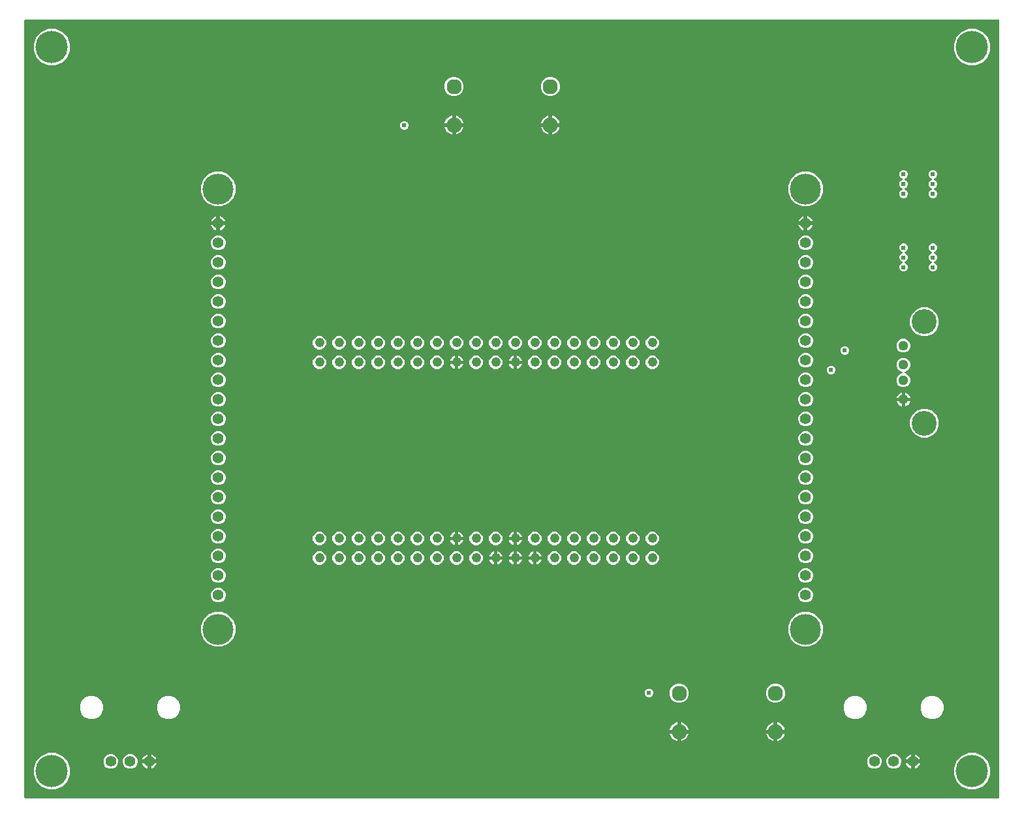
<source format=gbr>
G04 EAGLE Gerber RS-274X export*
G75*
%MOMM*%
%FSLAX34Y34*%
%LPD*%
%INCopper Layer 2*%
%IPPOS*%
%AMOC8*
5,1,8,0,0,1.08239X$1,22.5*%
G01*
%ADD10C,1.244600*%
%ADD11C,1.400000*%
%ADD12C,4.016000*%
%ADD13C,1.960000*%
%ADD14C,1.288000*%
%ADD15C,3.220000*%
%ADD16C,4.191000*%
%ADD17C,0.609600*%

G36*
X1266109Y2556D02*
X1266109Y2556D01*
X1266227Y2563D01*
X1266266Y2575D01*
X1266306Y2581D01*
X1266417Y2624D01*
X1266530Y2661D01*
X1266564Y2683D01*
X1266602Y2698D01*
X1266698Y2767D01*
X1266799Y2831D01*
X1266827Y2861D01*
X1266859Y2884D01*
X1266935Y2976D01*
X1267017Y3063D01*
X1267036Y3098D01*
X1267062Y3129D01*
X1267113Y3237D01*
X1267170Y3341D01*
X1267180Y3380D01*
X1267198Y3417D01*
X1267220Y3534D01*
X1267250Y3649D01*
X1267254Y3709D01*
X1267257Y3729D01*
X1267256Y3750D01*
X1267260Y3810D01*
X1267459Y1012190D01*
X1267444Y1012308D01*
X1267436Y1012427D01*
X1267424Y1012465D01*
X1267419Y1012505D01*
X1267375Y1012616D01*
X1267338Y1012729D01*
X1267317Y1012764D01*
X1267302Y1012801D01*
X1267232Y1012897D01*
X1267168Y1012998D01*
X1267139Y1013026D01*
X1267115Y1013058D01*
X1267023Y1013134D01*
X1266936Y1013216D01*
X1266901Y1013236D01*
X1266870Y1013261D01*
X1266762Y1013312D01*
X1266658Y1013370D01*
X1266619Y1013380D01*
X1266582Y1013397D01*
X1266465Y1013419D01*
X1266350Y1013449D01*
X1266290Y1013453D01*
X1266270Y1013457D01*
X1266250Y1013455D01*
X1266189Y1013459D01*
X3810Y1013459D01*
X3692Y1013444D01*
X3573Y1013437D01*
X3535Y1013424D01*
X3494Y1013419D01*
X3384Y1013376D01*
X3271Y1013339D01*
X3236Y1013317D01*
X3199Y1013302D01*
X3103Y1013233D01*
X3002Y1013169D01*
X2974Y1013139D01*
X2941Y1013116D01*
X2865Y1013024D01*
X2784Y1012937D01*
X2764Y1012902D01*
X2739Y1012871D01*
X2688Y1012763D01*
X2630Y1012659D01*
X2620Y1012619D01*
X2603Y1012583D01*
X2581Y1012466D01*
X2551Y1012351D01*
X2547Y1012291D01*
X2543Y1012271D01*
X2545Y1012250D01*
X2541Y1012190D01*
X2541Y3810D01*
X2556Y3692D01*
X2563Y3573D01*
X2576Y3535D01*
X2581Y3494D01*
X2624Y3384D01*
X2661Y3271D01*
X2683Y3236D01*
X2698Y3199D01*
X2767Y3103D01*
X2831Y3002D01*
X2861Y2974D01*
X2884Y2941D01*
X2976Y2865D01*
X3063Y2784D01*
X3098Y2764D01*
X3129Y2739D01*
X3237Y2688D01*
X3341Y2630D01*
X3381Y2620D01*
X3417Y2603D01*
X3534Y2581D01*
X3649Y2551D01*
X3709Y2547D01*
X3729Y2543D01*
X3750Y2545D01*
X3810Y2541D01*
X1265991Y2541D01*
X1266109Y2556D01*
G37*
%LPC*%
G36*
X1227226Y954404D02*
X1227226Y954404D01*
X1218591Y957981D01*
X1211981Y964591D01*
X1208404Y973226D01*
X1208404Y982574D01*
X1211981Y991209D01*
X1218591Y997819D01*
X1227226Y1001396D01*
X1236574Y1001396D01*
X1245209Y997819D01*
X1251819Y991209D01*
X1255396Y982574D01*
X1255396Y973226D01*
X1251819Y964591D01*
X1245209Y957981D01*
X1236574Y954404D01*
X1227226Y954404D01*
G37*
%LPD*%
%LPC*%
G36*
X33426Y954404D02*
X33426Y954404D01*
X24791Y957981D01*
X18181Y964591D01*
X14604Y973226D01*
X14604Y982574D01*
X18181Y991209D01*
X24791Y997819D01*
X33426Y1001396D01*
X42774Y1001396D01*
X51409Y997819D01*
X58019Y991209D01*
X61596Y982574D01*
X61596Y973226D01*
X58019Y964591D01*
X51409Y957981D01*
X42774Y954404D01*
X33426Y954404D01*
G37*
%LPD*%
%LPC*%
G36*
X33426Y14604D02*
X33426Y14604D01*
X24791Y18181D01*
X18181Y24791D01*
X14604Y33426D01*
X14604Y42774D01*
X18181Y51409D01*
X24791Y58019D01*
X33426Y61596D01*
X42774Y61596D01*
X51409Y58019D01*
X58019Y51409D01*
X61596Y42774D01*
X61596Y33426D01*
X58019Y24791D01*
X51409Y18181D01*
X42774Y14604D01*
X33426Y14604D01*
G37*
%LPD*%
%LPC*%
G36*
X1227226Y14604D02*
X1227226Y14604D01*
X1218591Y18181D01*
X1211981Y24791D01*
X1208404Y33426D01*
X1208404Y42774D01*
X1211981Y51409D01*
X1218591Y58019D01*
X1227226Y61596D01*
X1236574Y61596D01*
X1245209Y58019D01*
X1251819Y51409D01*
X1255396Y42774D01*
X1255396Y33426D01*
X1251819Y24791D01*
X1245209Y18181D01*
X1236574Y14604D01*
X1227226Y14604D01*
G37*
%LPD*%
%LPC*%
G36*
X249500Y199629D02*
X249500Y199629D01*
X241186Y203073D01*
X234823Y209436D01*
X231379Y217750D01*
X231379Y226750D01*
X234823Y235064D01*
X241186Y241427D01*
X249500Y244871D01*
X258500Y244871D01*
X266814Y241427D01*
X273177Y235064D01*
X276621Y226750D01*
X276621Y217750D01*
X273177Y209436D01*
X266814Y203073D01*
X258500Y199629D01*
X249500Y199629D01*
G37*
%LPD*%
%LPC*%
G36*
X1011500Y199629D02*
X1011500Y199629D01*
X1003186Y203073D01*
X996823Y209436D01*
X993379Y217750D01*
X993379Y226750D01*
X996823Y235064D01*
X1003186Y241427D01*
X1011500Y244871D01*
X1020500Y244871D01*
X1028814Y241427D01*
X1035177Y235064D01*
X1038621Y226750D01*
X1038621Y217750D01*
X1035177Y209436D01*
X1028814Y203073D01*
X1020500Y199629D01*
X1011500Y199629D01*
G37*
%LPD*%
%LPC*%
G36*
X249500Y771129D02*
X249500Y771129D01*
X241186Y774573D01*
X234823Y780936D01*
X231379Y789250D01*
X231379Y798250D01*
X234823Y806564D01*
X241186Y812927D01*
X249500Y816371D01*
X258500Y816371D01*
X266814Y812927D01*
X273177Y806564D01*
X276621Y798250D01*
X276621Y789250D01*
X273177Y780936D01*
X266814Y774573D01*
X258500Y771129D01*
X249500Y771129D01*
G37*
%LPD*%
%LPC*%
G36*
X1011500Y771129D02*
X1011500Y771129D01*
X1003186Y774573D01*
X996823Y780936D01*
X993379Y789250D01*
X993379Y798250D01*
X996823Y806564D01*
X1003186Y812927D01*
X1011500Y816371D01*
X1020500Y816371D01*
X1028814Y812927D01*
X1035177Y806564D01*
X1038621Y798250D01*
X1038621Y789250D01*
X1035177Y780936D01*
X1028814Y774573D01*
X1020500Y771129D01*
X1011500Y771129D01*
G37*
%LPD*%
%LPC*%
G36*
X1166392Y602609D02*
X1166392Y602609D01*
X1159541Y605447D01*
X1154297Y610691D01*
X1151459Y617542D01*
X1151459Y624958D01*
X1154297Y631809D01*
X1159541Y637053D01*
X1166392Y639891D01*
X1173808Y639891D01*
X1180659Y637053D01*
X1185903Y631809D01*
X1188741Y624958D01*
X1188741Y617542D01*
X1185903Y610691D01*
X1180659Y605447D01*
X1173808Y602609D01*
X1166392Y602609D01*
G37*
%LPD*%
%LPC*%
G36*
X1166392Y471209D02*
X1166392Y471209D01*
X1159541Y474047D01*
X1154297Y479291D01*
X1151459Y486142D01*
X1151459Y493558D01*
X1154297Y500409D01*
X1159541Y505653D01*
X1166392Y508491D01*
X1173808Y508491D01*
X1180659Y505653D01*
X1185903Y500409D01*
X1188741Y493558D01*
X1188741Y486142D01*
X1185903Y479291D01*
X1180659Y474047D01*
X1173808Y471209D01*
X1166392Y471209D01*
G37*
%LPD*%
%LPC*%
G36*
X1177308Y105759D02*
X1177308Y105759D01*
X1171780Y108049D01*
X1167549Y112280D01*
X1165259Y117808D01*
X1165259Y123792D01*
X1167549Y129320D01*
X1171780Y133551D01*
X1177308Y135841D01*
X1183292Y135841D01*
X1188820Y133551D01*
X1193051Y129320D01*
X1195341Y123792D01*
X1195341Y117808D01*
X1193051Y112280D01*
X1188820Y108049D01*
X1183292Y105759D01*
X1177308Y105759D01*
G37*
%LPD*%
%LPC*%
G36*
X186708Y105759D02*
X186708Y105759D01*
X181180Y108049D01*
X176949Y112280D01*
X174659Y117808D01*
X174659Y123792D01*
X176949Y129320D01*
X181180Y133551D01*
X186708Y135841D01*
X192692Y135841D01*
X198220Y133551D01*
X202451Y129320D01*
X204741Y123792D01*
X204741Y117808D01*
X202451Y112280D01*
X198220Y108049D01*
X192692Y105759D01*
X186708Y105759D01*
G37*
%LPD*%
%LPC*%
G36*
X1077308Y105759D02*
X1077308Y105759D01*
X1071780Y108049D01*
X1067549Y112280D01*
X1065259Y117808D01*
X1065259Y123792D01*
X1067549Y129320D01*
X1071780Y133551D01*
X1077308Y135841D01*
X1083292Y135841D01*
X1088820Y133551D01*
X1093051Y129320D01*
X1095341Y123792D01*
X1095341Y117808D01*
X1093051Y112280D01*
X1088820Y108049D01*
X1083292Y105759D01*
X1077308Y105759D01*
G37*
%LPD*%
%LPC*%
G36*
X86708Y105759D02*
X86708Y105759D01*
X81180Y108049D01*
X76949Y112280D01*
X74659Y117808D01*
X74659Y123792D01*
X76949Y129320D01*
X81180Y133551D01*
X86708Y135841D01*
X92692Y135841D01*
X98220Y133551D01*
X102451Y129320D01*
X104741Y123792D01*
X104741Y117808D01*
X102451Y112280D01*
X98220Y108049D01*
X92692Y105759D01*
X86708Y105759D01*
G37*
%LPD*%
%LPC*%
G36*
X1141214Y536569D02*
X1141214Y536569D01*
X1137913Y537936D01*
X1135386Y540463D01*
X1134019Y543764D01*
X1134019Y547336D01*
X1135386Y550637D01*
X1137913Y553164D01*
X1140843Y554377D01*
X1140964Y554446D01*
X1141087Y554511D01*
X1141102Y554525D01*
X1141120Y554535D01*
X1141220Y554632D01*
X1141322Y554725D01*
X1141333Y554742D01*
X1141348Y554756D01*
X1141421Y554875D01*
X1141497Y554991D01*
X1141504Y555010D01*
X1141514Y555027D01*
X1141555Y555160D01*
X1141600Y555292D01*
X1141602Y555312D01*
X1141608Y555331D01*
X1141614Y555470D01*
X1141626Y555609D01*
X1141622Y555629D01*
X1141623Y555649D01*
X1141595Y555785D01*
X1141571Y555922D01*
X1141563Y555941D01*
X1141559Y555960D01*
X1141497Y556086D01*
X1141441Y556212D01*
X1141428Y556228D01*
X1141419Y556246D01*
X1141329Y556352D01*
X1141242Y556460D01*
X1141226Y556473D01*
X1141213Y556488D01*
X1141099Y556568D01*
X1140988Y556652D01*
X1140963Y556664D01*
X1140953Y556671D01*
X1140933Y556678D01*
X1140843Y556723D01*
X1137913Y557936D01*
X1135386Y560463D01*
X1134019Y563764D01*
X1134019Y567336D01*
X1135386Y570637D01*
X1137913Y573164D01*
X1141214Y574531D01*
X1144786Y574531D01*
X1148087Y573164D01*
X1150614Y570637D01*
X1151981Y567336D01*
X1151981Y563764D01*
X1150614Y560463D01*
X1148087Y557936D01*
X1145157Y556723D01*
X1145036Y556654D01*
X1144913Y556589D01*
X1144898Y556575D01*
X1144880Y556565D01*
X1144780Y556468D01*
X1144678Y556375D01*
X1144667Y556358D01*
X1144652Y556344D01*
X1144579Y556226D01*
X1144503Y556109D01*
X1144496Y556090D01*
X1144486Y556073D01*
X1144445Y555940D01*
X1144400Y555808D01*
X1144398Y555788D01*
X1144392Y555769D01*
X1144386Y555630D01*
X1144374Y555491D01*
X1144378Y555471D01*
X1144377Y555451D01*
X1144405Y555315D01*
X1144429Y555178D01*
X1144437Y555160D01*
X1144441Y555140D01*
X1144503Y555014D01*
X1144559Y554888D01*
X1144572Y554872D01*
X1144581Y554854D01*
X1144672Y554748D01*
X1144758Y554640D01*
X1144774Y554627D01*
X1144787Y554612D01*
X1144902Y554532D01*
X1145012Y554448D01*
X1145037Y554436D01*
X1145047Y554429D01*
X1145067Y554422D01*
X1145157Y554377D01*
X1148087Y553164D01*
X1150614Y550637D01*
X1151981Y547336D01*
X1151981Y543764D01*
X1150614Y540463D01*
X1148087Y537936D01*
X1144786Y536569D01*
X1141214Y536569D01*
G37*
%LPD*%
%LPC*%
G36*
X682345Y914359D02*
X682345Y914359D01*
X677810Y916238D01*
X674338Y919710D01*
X672459Y924245D01*
X672459Y929155D01*
X674338Y933690D01*
X677810Y937162D01*
X682345Y939041D01*
X687255Y939041D01*
X691790Y937162D01*
X695262Y933690D01*
X697141Y929155D01*
X697141Y924245D01*
X695262Y919710D01*
X691790Y916238D01*
X687255Y914359D01*
X682345Y914359D01*
G37*
%LPD*%
%LPC*%
G36*
X557345Y914359D02*
X557345Y914359D01*
X552810Y916238D01*
X549338Y919710D01*
X547459Y924245D01*
X547459Y929155D01*
X549338Y933690D01*
X552810Y937162D01*
X557345Y939041D01*
X562255Y939041D01*
X566790Y937162D01*
X570262Y933690D01*
X572141Y929155D01*
X572141Y924245D01*
X570262Y919710D01*
X566790Y916238D01*
X562255Y914359D01*
X557345Y914359D01*
G37*
%LPD*%
%LPC*%
G36*
X849445Y126959D02*
X849445Y126959D01*
X844910Y128838D01*
X841438Y132310D01*
X839559Y136845D01*
X839559Y141755D01*
X841438Y146290D01*
X844910Y149762D01*
X849445Y151641D01*
X854355Y151641D01*
X858890Y149762D01*
X862362Y146290D01*
X864241Y141755D01*
X864241Y136845D01*
X862362Y132310D01*
X858890Y128838D01*
X854355Y126959D01*
X849445Y126959D01*
G37*
%LPD*%
%LPC*%
G36*
X974445Y126959D02*
X974445Y126959D01*
X969910Y128838D01*
X966438Y132310D01*
X964559Y136845D01*
X964559Y141755D01*
X966438Y146290D01*
X969910Y149762D01*
X974445Y151641D01*
X979355Y151641D01*
X983890Y149762D01*
X987362Y146290D01*
X989241Y141755D01*
X989241Y136845D01*
X987362Y132310D01*
X983890Y128838D01*
X979355Y126959D01*
X974445Y126959D01*
G37*
%LPD*%
%LPC*%
G36*
X1179988Y781811D02*
X1179988Y781811D01*
X1177934Y782662D01*
X1176362Y784234D01*
X1175511Y786288D01*
X1175511Y788512D01*
X1176362Y790566D01*
X1177934Y792138D01*
X1178995Y792577D01*
X1179116Y792646D01*
X1179239Y792711D01*
X1179254Y792725D01*
X1179271Y792735D01*
X1179372Y792832D01*
X1179474Y792925D01*
X1179485Y792942D01*
X1179500Y792956D01*
X1179573Y793075D01*
X1179649Y793191D01*
X1179656Y793210D01*
X1179666Y793227D01*
X1179707Y793360D01*
X1179752Y793492D01*
X1179754Y793512D01*
X1179760Y793531D01*
X1179766Y793670D01*
X1179777Y793809D01*
X1179774Y793829D01*
X1179775Y793849D01*
X1179747Y793985D01*
X1179723Y794122D01*
X1179715Y794141D01*
X1179711Y794160D01*
X1179649Y794285D01*
X1179592Y794412D01*
X1179580Y794428D01*
X1179571Y794446D01*
X1179480Y794552D01*
X1179394Y794660D01*
X1179378Y794673D01*
X1179365Y794688D01*
X1179250Y794768D01*
X1179140Y794852D01*
X1179115Y794864D01*
X1179105Y794871D01*
X1179085Y794878D01*
X1178995Y794923D01*
X1177934Y795362D01*
X1176362Y796934D01*
X1175511Y798988D01*
X1175511Y801212D01*
X1176362Y803266D01*
X1177934Y804838D01*
X1178995Y805277D01*
X1179116Y805346D01*
X1179239Y805411D01*
X1179254Y805425D01*
X1179271Y805435D01*
X1179372Y805532D01*
X1179474Y805625D01*
X1179485Y805642D01*
X1179500Y805656D01*
X1179573Y805775D01*
X1179649Y805891D01*
X1179656Y805910D01*
X1179666Y805927D01*
X1179707Y806060D01*
X1179752Y806192D01*
X1179754Y806212D01*
X1179760Y806231D01*
X1179766Y806370D01*
X1179777Y806509D01*
X1179774Y806529D01*
X1179775Y806549D01*
X1179747Y806685D01*
X1179723Y806822D01*
X1179715Y806841D01*
X1179711Y806860D01*
X1179649Y806985D01*
X1179592Y807112D01*
X1179580Y807128D01*
X1179571Y807146D01*
X1179480Y807252D01*
X1179394Y807360D01*
X1179378Y807373D01*
X1179365Y807388D01*
X1179250Y807468D01*
X1179140Y807552D01*
X1179115Y807564D01*
X1179105Y807571D01*
X1179085Y807578D01*
X1178995Y807623D01*
X1177934Y808062D01*
X1176362Y809634D01*
X1175511Y811688D01*
X1175511Y813912D01*
X1176362Y815966D01*
X1177934Y817538D01*
X1179988Y818389D01*
X1182212Y818389D01*
X1184266Y817538D01*
X1185838Y815966D01*
X1186689Y813912D01*
X1186689Y811688D01*
X1185838Y809634D01*
X1184266Y808062D01*
X1183205Y807623D01*
X1183084Y807554D01*
X1182961Y807489D01*
X1182946Y807475D01*
X1182929Y807465D01*
X1182829Y807368D01*
X1182726Y807275D01*
X1182715Y807258D01*
X1182700Y807244D01*
X1182627Y807125D01*
X1182551Y807009D01*
X1182544Y806990D01*
X1182534Y806973D01*
X1182493Y806840D01*
X1182448Y806708D01*
X1182446Y806688D01*
X1182440Y806669D01*
X1182434Y806530D01*
X1182423Y806391D01*
X1182426Y806371D01*
X1182425Y806351D01*
X1182453Y806215D01*
X1182477Y806078D01*
X1182485Y806059D01*
X1182489Y806040D01*
X1182551Y805915D01*
X1182608Y805788D01*
X1182620Y805772D01*
X1182629Y805754D01*
X1182719Y805648D01*
X1182806Y805540D01*
X1182822Y805527D01*
X1182835Y805512D01*
X1182949Y805432D01*
X1183060Y805348D01*
X1183086Y805336D01*
X1183095Y805329D01*
X1183114Y805322D01*
X1183205Y805277D01*
X1184266Y804838D01*
X1185838Y803266D01*
X1186689Y801212D01*
X1186689Y798988D01*
X1185838Y796934D01*
X1184266Y795362D01*
X1183205Y794923D01*
X1183084Y794854D01*
X1182961Y794789D01*
X1182946Y794775D01*
X1182929Y794765D01*
X1182829Y794668D01*
X1182726Y794575D01*
X1182715Y794558D01*
X1182700Y794544D01*
X1182627Y794425D01*
X1182551Y794309D01*
X1182544Y794290D01*
X1182534Y794273D01*
X1182493Y794140D01*
X1182448Y794008D01*
X1182446Y793988D01*
X1182440Y793969D01*
X1182434Y793830D01*
X1182423Y793691D01*
X1182426Y793671D01*
X1182425Y793651D01*
X1182453Y793515D01*
X1182477Y793378D01*
X1182485Y793359D01*
X1182489Y793340D01*
X1182551Y793215D01*
X1182608Y793088D01*
X1182620Y793072D01*
X1182629Y793054D01*
X1182719Y792948D01*
X1182806Y792840D01*
X1182822Y792827D01*
X1182835Y792812D01*
X1182949Y792732D01*
X1183060Y792648D01*
X1183086Y792636D01*
X1183095Y792629D01*
X1183114Y792622D01*
X1183205Y792577D01*
X1184266Y792138D01*
X1185838Y790566D01*
X1186689Y788512D01*
X1186689Y786288D01*
X1185838Y784234D01*
X1184266Y782662D01*
X1182212Y781811D01*
X1179988Y781811D01*
G37*
%LPD*%
%LPC*%
G36*
X1179988Y686561D02*
X1179988Y686561D01*
X1177934Y687412D01*
X1176362Y688984D01*
X1175511Y691038D01*
X1175511Y693262D01*
X1176362Y695316D01*
X1177934Y696888D01*
X1178995Y697327D01*
X1179116Y697396D01*
X1179239Y697461D01*
X1179254Y697475D01*
X1179271Y697485D01*
X1179372Y697582D01*
X1179474Y697675D01*
X1179485Y697692D01*
X1179500Y697706D01*
X1179573Y697825D01*
X1179649Y697941D01*
X1179656Y697960D01*
X1179666Y697977D01*
X1179707Y698110D01*
X1179752Y698242D01*
X1179754Y698262D01*
X1179760Y698281D01*
X1179766Y698420D01*
X1179777Y698559D01*
X1179774Y698579D01*
X1179775Y698599D01*
X1179747Y698735D01*
X1179723Y698872D01*
X1179715Y698891D01*
X1179711Y698910D01*
X1179649Y699035D01*
X1179592Y699162D01*
X1179580Y699178D01*
X1179571Y699196D01*
X1179480Y699302D01*
X1179394Y699410D01*
X1179378Y699423D01*
X1179365Y699438D01*
X1179250Y699518D01*
X1179140Y699602D01*
X1179115Y699614D01*
X1179105Y699621D01*
X1179085Y699628D01*
X1178995Y699673D01*
X1177934Y700112D01*
X1176362Y701684D01*
X1175511Y703738D01*
X1175511Y705962D01*
X1176362Y708016D01*
X1177934Y709588D01*
X1178995Y710027D01*
X1179116Y710096D01*
X1179239Y710161D01*
X1179254Y710175D01*
X1179271Y710185D01*
X1179372Y710282D01*
X1179474Y710375D01*
X1179485Y710392D01*
X1179500Y710406D01*
X1179573Y710525D01*
X1179649Y710641D01*
X1179656Y710660D01*
X1179666Y710677D01*
X1179707Y710810D01*
X1179752Y710942D01*
X1179754Y710962D01*
X1179760Y710981D01*
X1179766Y711120D01*
X1179777Y711259D01*
X1179774Y711279D01*
X1179775Y711299D01*
X1179747Y711435D01*
X1179723Y711572D01*
X1179715Y711591D01*
X1179711Y711610D01*
X1179649Y711735D01*
X1179592Y711862D01*
X1179580Y711878D01*
X1179571Y711896D01*
X1179480Y712002D01*
X1179394Y712110D01*
X1179378Y712123D01*
X1179365Y712138D01*
X1179250Y712218D01*
X1179140Y712302D01*
X1179115Y712314D01*
X1179105Y712321D01*
X1179085Y712328D01*
X1178995Y712373D01*
X1177934Y712812D01*
X1176362Y714384D01*
X1175511Y716438D01*
X1175511Y718662D01*
X1176362Y720716D01*
X1177934Y722288D01*
X1179988Y723139D01*
X1182212Y723139D01*
X1184266Y722288D01*
X1185838Y720716D01*
X1186689Y718662D01*
X1186689Y716438D01*
X1185838Y714384D01*
X1184266Y712812D01*
X1183205Y712373D01*
X1183084Y712304D01*
X1182961Y712239D01*
X1182946Y712225D01*
X1182929Y712215D01*
X1182829Y712118D01*
X1182726Y712025D01*
X1182715Y712008D01*
X1182700Y711994D01*
X1182627Y711875D01*
X1182551Y711759D01*
X1182544Y711740D01*
X1182534Y711723D01*
X1182493Y711590D01*
X1182448Y711458D01*
X1182446Y711438D01*
X1182440Y711419D01*
X1182434Y711280D01*
X1182423Y711141D01*
X1182426Y711121D01*
X1182425Y711101D01*
X1182453Y710965D01*
X1182477Y710828D01*
X1182485Y710809D01*
X1182489Y710790D01*
X1182551Y710665D01*
X1182608Y710538D01*
X1182620Y710522D01*
X1182629Y710504D01*
X1182719Y710398D01*
X1182806Y710290D01*
X1182822Y710277D01*
X1182835Y710262D01*
X1182949Y710182D01*
X1183060Y710098D01*
X1183086Y710086D01*
X1183095Y710079D01*
X1183114Y710072D01*
X1183205Y710027D01*
X1184266Y709588D01*
X1185838Y708016D01*
X1186689Y705962D01*
X1186689Y703738D01*
X1185838Y701684D01*
X1184266Y700112D01*
X1183205Y699673D01*
X1183084Y699604D01*
X1182961Y699539D01*
X1182946Y699525D01*
X1182929Y699515D01*
X1182829Y699418D01*
X1182726Y699325D01*
X1182715Y699308D01*
X1182700Y699294D01*
X1182627Y699175D01*
X1182551Y699059D01*
X1182544Y699040D01*
X1182534Y699023D01*
X1182493Y698890D01*
X1182448Y698758D01*
X1182446Y698738D01*
X1182440Y698719D01*
X1182434Y698580D01*
X1182423Y698441D01*
X1182426Y698421D01*
X1182425Y698401D01*
X1182453Y698265D01*
X1182477Y698128D01*
X1182485Y698109D01*
X1182489Y698090D01*
X1182551Y697965D01*
X1182608Y697838D01*
X1182620Y697822D01*
X1182629Y697804D01*
X1182719Y697698D01*
X1182806Y697590D01*
X1182822Y697577D01*
X1182835Y697562D01*
X1182949Y697482D01*
X1183060Y697398D01*
X1183086Y697386D01*
X1183095Y697379D01*
X1183114Y697372D01*
X1183205Y697327D01*
X1184266Y696888D01*
X1185838Y695316D01*
X1186689Y693262D01*
X1186689Y691038D01*
X1185838Y688984D01*
X1184266Y687412D01*
X1182212Y686561D01*
X1179988Y686561D01*
G37*
%LPD*%
%LPC*%
G36*
X1141888Y686561D02*
X1141888Y686561D01*
X1139834Y687412D01*
X1138262Y688984D01*
X1137411Y691038D01*
X1137411Y693262D01*
X1138262Y695316D01*
X1139834Y696888D01*
X1140895Y697327D01*
X1141016Y697396D01*
X1141139Y697461D01*
X1141154Y697475D01*
X1141171Y697485D01*
X1141272Y697582D01*
X1141374Y697675D01*
X1141385Y697692D01*
X1141400Y697706D01*
X1141473Y697825D01*
X1141549Y697941D01*
X1141556Y697960D01*
X1141566Y697977D01*
X1141607Y698110D01*
X1141652Y698242D01*
X1141654Y698262D01*
X1141660Y698281D01*
X1141666Y698420D01*
X1141677Y698559D01*
X1141674Y698579D01*
X1141675Y698599D01*
X1141647Y698735D01*
X1141623Y698872D01*
X1141615Y698891D01*
X1141611Y698910D01*
X1141549Y699035D01*
X1141492Y699162D01*
X1141480Y699178D01*
X1141471Y699196D01*
X1141380Y699302D01*
X1141294Y699410D01*
X1141278Y699423D01*
X1141265Y699438D01*
X1141150Y699518D01*
X1141040Y699602D01*
X1141015Y699614D01*
X1141005Y699621D01*
X1140985Y699628D01*
X1140895Y699673D01*
X1139834Y700112D01*
X1138262Y701684D01*
X1137411Y703738D01*
X1137411Y705962D01*
X1138262Y708016D01*
X1139834Y709588D01*
X1140895Y710027D01*
X1141016Y710096D01*
X1141139Y710161D01*
X1141154Y710175D01*
X1141171Y710185D01*
X1141272Y710282D01*
X1141374Y710375D01*
X1141385Y710392D01*
X1141400Y710406D01*
X1141473Y710525D01*
X1141549Y710641D01*
X1141556Y710660D01*
X1141566Y710677D01*
X1141607Y710810D01*
X1141652Y710942D01*
X1141654Y710962D01*
X1141660Y710981D01*
X1141666Y711120D01*
X1141677Y711259D01*
X1141674Y711279D01*
X1141675Y711299D01*
X1141647Y711435D01*
X1141623Y711572D01*
X1141615Y711591D01*
X1141611Y711610D01*
X1141549Y711735D01*
X1141492Y711862D01*
X1141480Y711878D01*
X1141471Y711896D01*
X1141380Y712002D01*
X1141294Y712110D01*
X1141278Y712123D01*
X1141265Y712138D01*
X1141150Y712218D01*
X1141040Y712302D01*
X1141015Y712314D01*
X1141005Y712321D01*
X1140985Y712328D01*
X1140895Y712373D01*
X1139834Y712812D01*
X1138262Y714384D01*
X1137411Y716438D01*
X1137411Y718662D01*
X1138262Y720716D01*
X1139834Y722288D01*
X1141888Y723139D01*
X1144112Y723139D01*
X1146166Y722288D01*
X1147738Y720716D01*
X1148589Y718662D01*
X1148589Y716438D01*
X1147738Y714384D01*
X1146166Y712812D01*
X1145105Y712373D01*
X1144984Y712304D01*
X1144861Y712239D01*
X1144846Y712225D01*
X1144829Y712215D01*
X1144729Y712118D01*
X1144626Y712025D01*
X1144615Y712008D01*
X1144600Y711994D01*
X1144527Y711875D01*
X1144451Y711759D01*
X1144444Y711740D01*
X1144434Y711723D01*
X1144393Y711590D01*
X1144348Y711458D01*
X1144346Y711438D01*
X1144340Y711419D01*
X1144334Y711280D01*
X1144323Y711141D01*
X1144326Y711121D01*
X1144325Y711101D01*
X1144353Y710965D01*
X1144377Y710828D01*
X1144385Y710809D01*
X1144389Y710790D01*
X1144451Y710665D01*
X1144508Y710538D01*
X1144520Y710522D01*
X1144529Y710504D01*
X1144619Y710398D01*
X1144706Y710290D01*
X1144722Y710277D01*
X1144735Y710262D01*
X1144849Y710182D01*
X1144960Y710098D01*
X1144986Y710086D01*
X1144995Y710079D01*
X1145014Y710072D01*
X1145105Y710027D01*
X1146166Y709588D01*
X1147738Y708016D01*
X1148589Y705962D01*
X1148589Y703738D01*
X1147738Y701684D01*
X1146166Y700112D01*
X1145105Y699673D01*
X1144984Y699604D01*
X1144861Y699539D01*
X1144846Y699525D01*
X1144829Y699515D01*
X1144729Y699418D01*
X1144626Y699325D01*
X1144615Y699308D01*
X1144600Y699294D01*
X1144527Y699175D01*
X1144451Y699059D01*
X1144444Y699040D01*
X1144434Y699023D01*
X1144393Y698890D01*
X1144348Y698758D01*
X1144346Y698738D01*
X1144340Y698719D01*
X1144334Y698580D01*
X1144323Y698441D01*
X1144326Y698421D01*
X1144325Y698401D01*
X1144353Y698265D01*
X1144377Y698128D01*
X1144385Y698109D01*
X1144389Y698090D01*
X1144451Y697965D01*
X1144508Y697838D01*
X1144520Y697822D01*
X1144529Y697804D01*
X1144619Y697698D01*
X1144706Y697590D01*
X1144722Y697577D01*
X1144735Y697562D01*
X1144849Y697482D01*
X1144960Y697398D01*
X1144986Y697386D01*
X1144995Y697379D01*
X1145014Y697372D01*
X1145105Y697327D01*
X1146166Y696888D01*
X1147738Y695316D01*
X1148589Y693262D01*
X1148589Y691038D01*
X1147738Y688984D01*
X1146166Y687412D01*
X1144112Y686561D01*
X1141888Y686561D01*
G37*
%LPD*%
%LPC*%
G36*
X1141888Y781811D02*
X1141888Y781811D01*
X1139834Y782662D01*
X1138262Y784234D01*
X1137411Y786288D01*
X1137411Y788512D01*
X1138262Y790566D01*
X1139834Y792138D01*
X1140895Y792577D01*
X1141016Y792646D01*
X1141139Y792711D01*
X1141154Y792725D01*
X1141171Y792735D01*
X1141272Y792832D01*
X1141374Y792925D01*
X1141385Y792942D01*
X1141400Y792956D01*
X1141473Y793075D01*
X1141549Y793191D01*
X1141556Y793210D01*
X1141566Y793227D01*
X1141607Y793360D01*
X1141652Y793492D01*
X1141654Y793512D01*
X1141660Y793531D01*
X1141666Y793670D01*
X1141677Y793809D01*
X1141674Y793829D01*
X1141675Y793849D01*
X1141647Y793985D01*
X1141623Y794122D01*
X1141615Y794141D01*
X1141611Y794160D01*
X1141549Y794285D01*
X1141492Y794412D01*
X1141480Y794428D01*
X1141471Y794446D01*
X1141380Y794552D01*
X1141294Y794660D01*
X1141278Y794673D01*
X1141265Y794688D01*
X1141150Y794768D01*
X1141040Y794852D01*
X1141015Y794864D01*
X1141005Y794871D01*
X1140985Y794878D01*
X1140895Y794923D01*
X1139834Y795362D01*
X1138262Y796934D01*
X1137411Y798988D01*
X1137411Y801212D01*
X1138262Y803266D01*
X1139834Y804838D01*
X1140895Y805277D01*
X1141016Y805346D01*
X1141139Y805411D01*
X1141154Y805425D01*
X1141171Y805435D01*
X1141271Y805532D01*
X1141374Y805625D01*
X1141385Y805642D01*
X1141400Y805656D01*
X1141473Y805775D01*
X1141549Y805891D01*
X1141556Y805910D01*
X1141566Y805927D01*
X1141607Y806060D01*
X1141652Y806192D01*
X1141654Y806212D01*
X1141660Y806231D01*
X1141666Y806370D01*
X1141677Y806509D01*
X1141674Y806529D01*
X1141675Y806549D01*
X1141647Y806685D01*
X1141623Y806822D01*
X1141615Y806841D01*
X1141611Y806860D01*
X1141549Y806985D01*
X1141492Y807112D01*
X1141480Y807128D01*
X1141471Y807146D01*
X1141381Y807252D01*
X1141294Y807360D01*
X1141278Y807373D01*
X1141265Y807388D01*
X1141151Y807468D01*
X1141040Y807552D01*
X1141014Y807564D01*
X1141005Y807571D01*
X1140986Y807578D01*
X1140895Y807623D01*
X1139834Y808062D01*
X1138262Y809634D01*
X1137411Y811688D01*
X1137411Y813912D01*
X1138262Y815966D01*
X1139834Y817538D01*
X1141888Y818389D01*
X1144112Y818389D01*
X1146166Y817538D01*
X1147738Y815966D01*
X1148589Y813912D01*
X1148589Y811688D01*
X1147738Y809634D01*
X1146166Y808062D01*
X1145105Y807623D01*
X1144984Y807554D01*
X1144861Y807489D01*
X1144846Y807475D01*
X1144829Y807465D01*
X1144728Y807368D01*
X1144626Y807275D01*
X1144615Y807258D01*
X1144600Y807244D01*
X1144527Y807125D01*
X1144451Y807009D01*
X1144444Y806990D01*
X1144434Y806973D01*
X1144393Y806840D01*
X1144348Y806708D01*
X1144346Y806688D01*
X1144340Y806669D01*
X1144334Y806530D01*
X1144323Y806391D01*
X1144326Y806371D01*
X1144325Y806351D01*
X1144353Y806215D01*
X1144377Y806078D01*
X1144385Y806059D01*
X1144389Y806040D01*
X1144451Y805915D01*
X1144508Y805788D01*
X1144520Y805772D01*
X1144529Y805754D01*
X1144620Y805648D01*
X1144706Y805540D01*
X1144722Y805527D01*
X1144735Y805512D01*
X1144850Y805432D01*
X1144960Y805348D01*
X1144985Y805336D01*
X1144995Y805329D01*
X1145015Y805322D01*
X1145105Y805277D01*
X1146166Y804838D01*
X1147738Y803266D01*
X1148589Y801212D01*
X1148589Y798988D01*
X1147738Y796934D01*
X1146166Y795362D01*
X1145105Y794923D01*
X1144984Y794854D01*
X1144861Y794789D01*
X1144846Y794775D01*
X1144829Y794765D01*
X1144729Y794668D01*
X1144626Y794575D01*
X1144615Y794558D01*
X1144600Y794544D01*
X1144527Y794425D01*
X1144451Y794309D01*
X1144444Y794290D01*
X1144434Y794273D01*
X1144393Y794140D01*
X1144348Y794008D01*
X1144346Y793988D01*
X1144340Y793969D01*
X1144334Y793830D01*
X1144323Y793691D01*
X1144326Y793671D01*
X1144325Y793651D01*
X1144353Y793515D01*
X1144377Y793378D01*
X1144385Y793359D01*
X1144389Y793340D01*
X1144451Y793215D01*
X1144508Y793088D01*
X1144520Y793072D01*
X1144529Y793054D01*
X1144619Y792948D01*
X1144706Y792840D01*
X1144722Y792827D01*
X1144735Y792812D01*
X1144849Y792732D01*
X1144960Y792648D01*
X1144986Y792636D01*
X1144995Y792629D01*
X1145014Y792622D01*
X1145105Y792577D01*
X1146166Y792138D01*
X1147738Y790566D01*
X1148589Y788512D01*
X1148589Y786288D01*
X1147738Y784234D01*
X1146166Y782662D01*
X1144112Y781811D01*
X1141888Y781811D01*
G37*
%LPD*%
%LPC*%
G36*
X1128402Y41259D02*
X1128402Y41259D01*
X1124896Y42712D01*
X1122212Y45396D01*
X1120759Y48902D01*
X1120759Y52698D01*
X1122212Y56204D01*
X1124896Y58888D01*
X1128402Y60341D01*
X1132198Y60341D01*
X1135704Y58888D01*
X1138388Y56204D01*
X1139841Y52698D01*
X1139841Y48902D01*
X1138388Y45396D01*
X1135704Y42712D01*
X1132198Y41259D01*
X1128402Y41259D01*
G37*
%LPD*%
%LPC*%
G36*
X137802Y41259D02*
X137802Y41259D01*
X134296Y42712D01*
X131612Y45396D01*
X130159Y48902D01*
X130159Y52698D01*
X131612Y56204D01*
X134296Y58888D01*
X137802Y60341D01*
X141598Y60341D01*
X145104Y58888D01*
X147788Y56204D01*
X149241Y52698D01*
X149241Y48902D01*
X147788Y45396D01*
X145104Y42712D01*
X141598Y41259D01*
X137802Y41259D01*
G37*
%LPD*%
%LPC*%
G36*
X252102Y257159D02*
X252102Y257159D01*
X248596Y258612D01*
X245912Y261296D01*
X244459Y264802D01*
X244459Y268598D01*
X245912Y272104D01*
X248596Y274788D01*
X252102Y276241D01*
X255898Y276241D01*
X259404Y274788D01*
X262088Y272104D01*
X263541Y268598D01*
X263541Y264802D01*
X262088Y261296D01*
X259404Y258612D01*
X255898Y257159D01*
X252102Y257159D01*
G37*
%LPD*%
%LPC*%
G36*
X1014102Y536559D02*
X1014102Y536559D01*
X1010596Y538012D01*
X1007912Y540696D01*
X1006459Y544202D01*
X1006459Y547998D01*
X1007912Y551504D01*
X1010596Y554188D01*
X1014102Y555641D01*
X1017898Y555641D01*
X1021404Y554188D01*
X1024088Y551504D01*
X1025541Y547998D01*
X1025541Y544202D01*
X1024088Y540696D01*
X1021404Y538012D01*
X1017898Y536559D01*
X1014102Y536559D01*
G37*
%LPD*%
%LPC*%
G36*
X1014102Y257159D02*
X1014102Y257159D01*
X1010596Y258612D01*
X1007912Y261296D01*
X1006459Y264802D01*
X1006459Y268598D01*
X1007912Y272104D01*
X1010596Y274788D01*
X1014102Y276241D01*
X1017898Y276241D01*
X1021404Y274788D01*
X1024088Y272104D01*
X1025541Y268598D01*
X1025541Y264802D01*
X1024088Y261296D01*
X1021404Y258612D01*
X1017898Y257159D01*
X1014102Y257159D01*
G37*
%LPD*%
%LPC*%
G36*
X252102Y282559D02*
X252102Y282559D01*
X248596Y284012D01*
X245912Y286696D01*
X244459Y290202D01*
X244459Y293998D01*
X245912Y297504D01*
X248596Y300188D01*
X252102Y301641D01*
X255898Y301641D01*
X259404Y300188D01*
X262088Y297504D01*
X263541Y293998D01*
X263541Y290202D01*
X262088Y286696D01*
X259404Y284012D01*
X255898Y282559D01*
X252102Y282559D01*
G37*
%LPD*%
%LPC*%
G36*
X1014102Y714359D02*
X1014102Y714359D01*
X1010596Y715812D01*
X1007912Y718496D01*
X1006459Y722002D01*
X1006459Y725798D01*
X1007912Y729304D01*
X1010596Y731988D01*
X1014102Y733441D01*
X1017898Y733441D01*
X1021404Y731988D01*
X1024088Y729304D01*
X1025541Y725798D01*
X1025541Y722002D01*
X1024088Y718496D01*
X1021404Y715812D01*
X1017898Y714359D01*
X1014102Y714359D01*
G37*
%LPD*%
%LPC*%
G36*
X252102Y714359D02*
X252102Y714359D01*
X248596Y715812D01*
X245912Y718496D01*
X244459Y722002D01*
X244459Y725798D01*
X245912Y729304D01*
X248596Y731988D01*
X252102Y733441D01*
X255898Y733441D01*
X259404Y731988D01*
X262088Y729304D01*
X263541Y725798D01*
X263541Y722002D01*
X262088Y718496D01*
X259404Y715812D01*
X255898Y714359D01*
X252102Y714359D01*
G37*
%LPD*%
%LPC*%
G36*
X1014102Y688959D02*
X1014102Y688959D01*
X1010596Y690412D01*
X1007912Y693096D01*
X1006459Y696602D01*
X1006459Y700398D01*
X1007912Y703904D01*
X1010596Y706588D01*
X1014102Y708041D01*
X1017898Y708041D01*
X1021404Y706588D01*
X1024088Y703904D01*
X1025541Y700398D01*
X1025541Y696602D01*
X1024088Y693096D01*
X1021404Y690412D01*
X1017898Y688959D01*
X1014102Y688959D01*
G37*
%LPD*%
%LPC*%
G36*
X252102Y688959D02*
X252102Y688959D01*
X248596Y690412D01*
X245912Y693096D01*
X244459Y696602D01*
X244459Y700398D01*
X245912Y703904D01*
X248596Y706588D01*
X252102Y708041D01*
X255898Y708041D01*
X259404Y706588D01*
X262088Y703904D01*
X263541Y700398D01*
X263541Y696602D01*
X262088Y693096D01*
X259404Y690412D01*
X255898Y688959D01*
X252102Y688959D01*
G37*
%LPD*%
%LPC*%
G36*
X1014102Y663559D02*
X1014102Y663559D01*
X1010596Y665012D01*
X1007912Y667696D01*
X1006459Y671202D01*
X1006459Y674998D01*
X1007912Y678504D01*
X1010596Y681188D01*
X1014102Y682641D01*
X1017898Y682641D01*
X1021404Y681188D01*
X1024088Y678504D01*
X1025541Y674998D01*
X1025541Y671202D01*
X1024088Y667696D01*
X1021404Y665012D01*
X1017898Y663559D01*
X1014102Y663559D01*
G37*
%LPD*%
%LPC*%
G36*
X252102Y663559D02*
X252102Y663559D01*
X248596Y665012D01*
X245912Y667696D01*
X244459Y671202D01*
X244459Y674998D01*
X245912Y678504D01*
X248596Y681188D01*
X252102Y682641D01*
X255898Y682641D01*
X259404Y681188D01*
X262088Y678504D01*
X263541Y674998D01*
X263541Y671202D01*
X262088Y667696D01*
X259404Y665012D01*
X255898Y663559D01*
X252102Y663559D01*
G37*
%LPD*%
%LPC*%
G36*
X1014102Y638159D02*
X1014102Y638159D01*
X1010596Y639612D01*
X1007912Y642296D01*
X1006459Y645802D01*
X1006459Y649598D01*
X1007912Y653104D01*
X1010596Y655788D01*
X1014102Y657241D01*
X1017898Y657241D01*
X1021404Y655788D01*
X1024088Y653104D01*
X1025541Y649598D01*
X1025541Y645802D01*
X1024088Y642296D01*
X1021404Y639612D01*
X1017898Y638159D01*
X1014102Y638159D01*
G37*
%LPD*%
%LPC*%
G36*
X252102Y638159D02*
X252102Y638159D01*
X248596Y639612D01*
X245912Y642296D01*
X244459Y645802D01*
X244459Y649598D01*
X245912Y653104D01*
X248596Y655788D01*
X252102Y657241D01*
X255898Y657241D01*
X259404Y655788D01*
X262088Y653104D01*
X263541Y649598D01*
X263541Y645802D01*
X262088Y642296D01*
X259404Y639612D01*
X255898Y638159D01*
X252102Y638159D01*
G37*
%LPD*%
%LPC*%
G36*
X1014102Y384159D02*
X1014102Y384159D01*
X1010596Y385612D01*
X1007912Y388296D01*
X1006459Y391802D01*
X1006459Y395598D01*
X1007912Y399104D01*
X1010596Y401788D01*
X1014102Y403241D01*
X1017898Y403241D01*
X1021404Y401788D01*
X1024088Y399104D01*
X1025541Y395598D01*
X1025541Y391802D01*
X1024088Y388296D01*
X1021404Y385612D01*
X1017898Y384159D01*
X1014102Y384159D01*
G37*
%LPD*%
%LPC*%
G36*
X1014102Y612759D02*
X1014102Y612759D01*
X1010596Y614212D01*
X1007912Y616896D01*
X1006459Y620402D01*
X1006459Y624198D01*
X1007912Y627704D01*
X1010596Y630388D01*
X1014102Y631841D01*
X1017898Y631841D01*
X1021404Y630388D01*
X1024088Y627704D01*
X1025541Y624198D01*
X1025541Y620402D01*
X1024088Y616896D01*
X1021404Y614212D01*
X1017898Y612759D01*
X1014102Y612759D01*
G37*
%LPD*%
%LPC*%
G36*
X252102Y612759D02*
X252102Y612759D01*
X248596Y614212D01*
X245912Y616896D01*
X244459Y620402D01*
X244459Y624198D01*
X245912Y627704D01*
X248596Y630388D01*
X252102Y631841D01*
X255898Y631841D01*
X259404Y630388D01*
X262088Y627704D01*
X263541Y624198D01*
X263541Y620402D01*
X262088Y616896D01*
X259404Y614212D01*
X255898Y612759D01*
X252102Y612759D01*
G37*
%LPD*%
%LPC*%
G36*
X252102Y587359D02*
X252102Y587359D01*
X248596Y588812D01*
X245912Y591496D01*
X244459Y595002D01*
X244459Y598798D01*
X245912Y602304D01*
X248596Y604988D01*
X252102Y606441D01*
X255898Y606441D01*
X259404Y604988D01*
X262088Y602304D01*
X263541Y598798D01*
X263541Y595002D01*
X262088Y591496D01*
X259404Y588812D01*
X255898Y587359D01*
X252102Y587359D01*
G37*
%LPD*%
%LPC*%
G36*
X1014102Y587359D02*
X1014102Y587359D01*
X1010596Y588812D01*
X1007912Y591496D01*
X1006459Y595002D01*
X1006459Y598798D01*
X1007912Y602304D01*
X1010596Y604988D01*
X1014102Y606441D01*
X1017898Y606441D01*
X1021404Y604988D01*
X1024088Y602304D01*
X1025541Y598798D01*
X1025541Y595002D01*
X1024088Y591496D01*
X1021404Y588812D01*
X1017898Y587359D01*
X1014102Y587359D01*
G37*
%LPD*%
%LPC*%
G36*
X252102Y536559D02*
X252102Y536559D01*
X248596Y538012D01*
X245912Y540696D01*
X244459Y544202D01*
X244459Y547998D01*
X245912Y551504D01*
X248596Y554188D01*
X252102Y555641D01*
X255898Y555641D01*
X259404Y554188D01*
X262088Y551504D01*
X263541Y547998D01*
X263541Y544202D01*
X262088Y540696D01*
X259404Y538012D01*
X255898Y536559D01*
X252102Y536559D01*
G37*
%LPD*%
%LPC*%
G36*
X1014102Y511159D02*
X1014102Y511159D01*
X1010596Y512612D01*
X1007912Y515296D01*
X1006459Y518802D01*
X1006459Y522598D01*
X1007912Y526104D01*
X1010596Y528788D01*
X1014102Y530241D01*
X1017898Y530241D01*
X1021404Y528788D01*
X1024088Y526104D01*
X1025541Y522598D01*
X1025541Y518802D01*
X1024088Y515296D01*
X1021404Y512612D01*
X1017898Y511159D01*
X1014102Y511159D01*
G37*
%LPD*%
%LPC*%
G36*
X252102Y511159D02*
X252102Y511159D01*
X248596Y512612D01*
X245912Y515296D01*
X244459Y518802D01*
X244459Y522598D01*
X245912Y526104D01*
X248596Y528788D01*
X252102Y530241D01*
X255898Y530241D01*
X259404Y528788D01*
X262088Y526104D01*
X263541Y522598D01*
X263541Y518802D01*
X262088Y515296D01*
X259404Y512612D01*
X255898Y511159D01*
X252102Y511159D01*
G37*
%LPD*%
%LPC*%
G36*
X1014102Y409559D02*
X1014102Y409559D01*
X1010596Y411012D01*
X1007912Y413696D01*
X1006459Y417202D01*
X1006459Y420998D01*
X1007912Y424504D01*
X1010596Y427188D01*
X1014102Y428641D01*
X1017898Y428641D01*
X1021404Y427188D01*
X1024088Y424504D01*
X1025541Y420998D01*
X1025541Y417202D01*
X1024088Y413696D01*
X1021404Y411012D01*
X1017898Y409559D01*
X1014102Y409559D01*
G37*
%LPD*%
%LPC*%
G36*
X252102Y434959D02*
X252102Y434959D01*
X248596Y436412D01*
X245912Y439096D01*
X244459Y442602D01*
X244459Y446398D01*
X245912Y449904D01*
X248596Y452588D01*
X252102Y454041D01*
X255898Y454041D01*
X259404Y452588D01*
X262088Y449904D01*
X263541Y446398D01*
X263541Y442602D01*
X262088Y439096D01*
X259404Y436412D01*
X255898Y434959D01*
X252102Y434959D01*
G37*
%LPD*%
%LPC*%
G36*
X1014102Y434959D02*
X1014102Y434959D01*
X1010596Y436412D01*
X1007912Y439096D01*
X1006459Y442602D01*
X1006459Y446398D01*
X1007912Y449904D01*
X1010596Y452588D01*
X1014102Y454041D01*
X1017898Y454041D01*
X1021404Y452588D01*
X1024088Y449904D01*
X1025541Y446398D01*
X1025541Y442602D01*
X1024088Y439096D01*
X1021404Y436412D01*
X1017898Y434959D01*
X1014102Y434959D01*
G37*
%LPD*%
%LPC*%
G36*
X252102Y460359D02*
X252102Y460359D01*
X248596Y461812D01*
X245912Y464496D01*
X244459Y468002D01*
X244459Y471798D01*
X245912Y475304D01*
X248596Y477988D01*
X252102Y479441D01*
X255898Y479441D01*
X259404Y477988D01*
X262088Y475304D01*
X263541Y471798D01*
X263541Y468002D01*
X262088Y464496D01*
X259404Y461812D01*
X255898Y460359D01*
X252102Y460359D01*
G37*
%LPD*%
%LPC*%
G36*
X1014102Y282559D02*
X1014102Y282559D01*
X1010596Y284012D01*
X1007912Y286696D01*
X1006459Y290202D01*
X1006459Y293998D01*
X1007912Y297504D01*
X1010596Y300188D01*
X1014102Y301641D01*
X1017898Y301641D01*
X1021404Y300188D01*
X1024088Y297504D01*
X1025541Y293998D01*
X1025541Y290202D01*
X1024088Y286696D01*
X1021404Y284012D01*
X1017898Y282559D01*
X1014102Y282559D01*
G37*
%LPD*%
%LPC*%
G36*
X1014102Y460359D02*
X1014102Y460359D01*
X1010596Y461812D01*
X1007912Y464496D01*
X1006459Y468002D01*
X1006459Y471798D01*
X1007912Y475304D01*
X1010596Y477988D01*
X1014102Y479441D01*
X1017898Y479441D01*
X1021404Y477988D01*
X1024088Y475304D01*
X1025541Y471798D01*
X1025541Y468002D01*
X1024088Y464496D01*
X1021404Y461812D01*
X1017898Y460359D01*
X1014102Y460359D01*
G37*
%LPD*%
%LPC*%
G36*
X252102Y409559D02*
X252102Y409559D01*
X248596Y411012D01*
X245912Y413696D01*
X244459Y417202D01*
X244459Y420998D01*
X245912Y424504D01*
X248596Y427188D01*
X252102Y428641D01*
X255898Y428641D01*
X259404Y427188D01*
X262088Y424504D01*
X263541Y420998D01*
X263541Y417202D01*
X262088Y413696D01*
X259404Y411012D01*
X255898Y409559D01*
X252102Y409559D01*
G37*
%LPD*%
%LPC*%
G36*
X252102Y485759D02*
X252102Y485759D01*
X248596Y487212D01*
X245912Y489896D01*
X244459Y493402D01*
X244459Y497198D01*
X245912Y500704D01*
X248596Y503388D01*
X252102Y504841D01*
X255898Y504841D01*
X259404Y503388D01*
X262088Y500704D01*
X263541Y497198D01*
X263541Y493402D01*
X262088Y489896D01*
X259404Y487212D01*
X255898Y485759D01*
X252102Y485759D01*
G37*
%LPD*%
%LPC*%
G36*
X1014102Y485759D02*
X1014102Y485759D01*
X1010596Y487212D01*
X1007912Y489896D01*
X1006459Y493402D01*
X1006459Y497198D01*
X1007912Y500704D01*
X1010596Y503388D01*
X1014102Y504841D01*
X1017898Y504841D01*
X1021404Y503388D01*
X1024088Y500704D01*
X1025541Y497198D01*
X1025541Y493402D01*
X1024088Y489896D01*
X1021404Y487212D01*
X1017898Y485759D01*
X1014102Y485759D01*
G37*
%LPD*%
%LPC*%
G36*
X1014102Y307959D02*
X1014102Y307959D01*
X1010596Y309412D01*
X1007912Y312096D01*
X1006459Y315602D01*
X1006459Y319398D01*
X1007912Y322904D01*
X1010596Y325588D01*
X1014102Y327041D01*
X1017898Y327041D01*
X1021404Y325588D01*
X1024088Y322904D01*
X1025541Y319398D01*
X1025541Y315602D01*
X1024088Y312096D01*
X1021404Y309412D01*
X1017898Y307959D01*
X1014102Y307959D01*
G37*
%LPD*%
%LPC*%
G36*
X252102Y307959D02*
X252102Y307959D01*
X248596Y309412D01*
X245912Y312096D01*
X244459Y315602D01*
X244459Y319398D01*
X245912Y322904D01*
X248596Y325588D01*
X252102Y327041D01*
X255898Y327041D01*
X259404Y325588D01*
X262088Y322904D01*
X263541Y319398D01*
X263541Y315602D01*
X262088Y312096D01*
X259404Y309412D01*
X255898Y307959D01*
X252102Y307959D01*
G37*
%LPD*%
%LPC*%
G36*
X1014102Y333359D02*
X1014102Y333359D01*
X1010596Y334812D01*
X1007912Y337496D01*
X1006459Y341002D01*
X1006459Y344798D01*
X1007912Y348304D01*
X1010596Y350988D01*
X1014102Y352441D01*
X1017898Y352441D01*
X1021404Y350988D01*
X1024088Y348304D01*
X1025541Y344798D01*
X1025541Y341002D01*
X1024088Y337496D01*
X1021404Y334812D01*
X1017898Y333359D01*
X1014102Y333359D01*
G37*
%LPD*%
%LPC*%
G36*
X252102Y333359D02*
X252102Y333359D01*
X248596Y334812D01*
X245912Y337496D01*
X244459Y341002D01*
X244459Y344798D01*
X245912Y348304D01*
X248596Y350988D01*
X252102Y352441D01*
X255898Y352441D01*
X259404Y350988D01*
X262088Y348304D01*
X263541Y344798D01*
X263541Y341002D01*
X262088Y337496D01*
X259404Y334812D01*
X255898Y333359D01*
X252102Y333359D01*
G37*
%LPD*%
%LPC*%
G36*
X112802Y41259D02*
X112802Y41259D01*
X109296Y42712D01*
X106612Y45396D01*
X105159Y48902D01*
X105159Y52698D01*
X106612Y56204D01*
X109296Y58888D01*
X112802Y60341D01*
X116598Y60341D01*
X120104Y58888D01*
X122788Y56204D01*
X124241Y52698D01*
X124241Y48902D01*
X122788Y45396D01*
X120104Y42712D01*
X116598Y41259D01*
X112802Y41259D01*
G37*
%LPD*%
%LPC*%
G36*
X252102Y358759D02*
X252102Y358759D01*
X248596Y360212D01*
X245912Y362896D01*
X244459Y366402D01*
X244459Y370198D01*
X245912Y373704D01*
X248596Y376388D01*
X252102Y377841D01*
X255898Y377841D01*
X259404Y376388D01*
X262088Y373704D01*
X263541Y370198D01*
X263541Y366402D01*
X262088Y362896D01*
X259404Y360212D01*
X255898Y358759D01*
X252102Y358759D01*
G37*
%LPD*%
%LPC*%
G36*
X1103402Y41259D02*
X1103402Y41259D01*
X1099896Y42712D01*
X1097212Y45396D01*
X1095759Y48902D01*
X1095759Y52698D01*
X1097212Y56204D01*
X1099896Y58888D01*
X1103402Y60341D01*
X1107198Y60341D01*
X1110704Y58888D01*
X1113388Y56204D01*
X1114841Y52698D01*
X1114841Y48902D01*
X1113388Y45396D01*
X1110704Y42712D01*
X1107198Y41259D01*
X1103402Y41259D01*
G37*
%LPD*%
%LPC*%
G36*
X252102Y561959D02*
X252102Y561959D01*
X248596Y563412D01*
X245912Y566096D01*
X244459Y569602D01*
X244459Y573398D01*
X245912Y576904D01*
X248596Y579588D01*
X252102Y581041D01*
X255898Y581041D01*
X259404Y579588D01*
X262088Y576904D01*
X263541Y573398D01*
X263541Y569602D01*
X262088Y566096D01*
X259404Y563412D01*
X255898Y561959D01*
X252102Y561959D01*
G37*
%LPD*%
%LPC*%
G36*
X1014102Y561959D02*
X1014102Y561959D01*
X1010596Y563412D01*
X1007912Y566096D01*
X1006459Y569602D01*
X1006459Y573398D01*
X1007912Y576904D01*
X1010596Y579588D01*
X1014102Y581041D01*
X1017898Y581041D01*
X1021404Y579588D01*
X1024088Y576904D01*
X1025541Y573398D01*
X1025541Y569602D01*
X1024088Y566096D01*
X1021404Y563412D01*
X1017898Y561959D01*
X1014102Y561959D01*
G37*
%LPD*%
%LPC*%
G36*
X1014102Y358759D02*
X1014102Y358759D01*
X1010596Y360212D01*
X1007912Y362896D01*
X1006459Y366402D01*
X1006459Y370198D01*
X1007912Y373704D01*
X1010596Y376388D01*
X1014102Y377841D01*
X1017898Y377841D01*
X1021404Y376388D01*
X1024088Y373704D01*
X1025541Y370198D01*
X1025541Y366402D01*
X1024088Y362896D01*
X1021404Y360212D01*
X1017898Y358759D01*
X1014102Y358759D01*
G37*
%LPD*%
%LPC*%
G36*
X252102Y384159D02*
X252102Y384159D01*
X248596Y385612D01*
X245912Y388296D01*
X244459Y391802D01*
X244459Y395598D01*
X245912Y399104D01*
X248596Y401788D01*
X252102Y403241D01*
X255898Y403241D01*
X259404Y401788D01*
X262088Y399104D01*
X263541Y395598D01*
X263541Y391802D01*
X262088Y388296D01*
X259404Y385612D01*
X255898Y384159D01*
X252102Y384159D01*
G37*
%LPD*%
%LPC*%
G36*
X1141214Y581569D02*
X1141214Y581569D01*
X1137913Y582936D01*
X1135386Y585463D01*
X1134019Y588764D01*
X1134019Y592336D01*
X1135386Y595637D01*
X1137913Y598164D01*
X1141214Y599531D01*
X1144786Y599531D01*
X1148087Y598164D01*
X1150614Y595637D01*
X1151981Y592336D01*
X1151981Y588764D01*
X1150614Y585463D01*
X1148087Y582936D01*
X1144786Y581569D01*
X1141214Y581569D01*
G37*
%LPD*%
%LPC*%
G36*
X459857Y305936D02*
X459857Y305936D01*
X456636Y307270D01*
X454170Y309736D01*
X452836Y312957D01*
X452836Y316443D01*
X454170Y319664D01*
X456636Y322130D01*
X459857Y323464D01*
X463343Y323464D01*
X466564Y322130D01*
X469030Y319664D01*
X470364Y316443D01*
X470364Y312957D01*
X469030Y309736D01*
X466564Y307270D01*
X463343Y305936D01*
X459857Y305936D01*
G37*
%LPD*%
%LPC*%
G36*
X485257Y305936D02*
X485257Y305936D01*
X482036Y307270D01*
X479570Y309736D01*
X478236Y312957D01*
X478236Y316443D01*
X479570Y319664D01*
X482036Y322130D01*
X485257Y323464D01*
X488743Y323464D01*
X491964Y322130D01*
X494430Y319664D01*
X495764Y316443D01*
X495764Y312957D01*
X494430Y309736D01*
X491964Y307270D01*
X488743Y305936D01*
X485257Y305936D01*
G37*
%LPD*%
%LPC*%
G36*
X713857Y585336D02*
X713857Y585336D01*
X710636Y586670D01*
X708170Y589136D01*
X706836Y592357D01*
X706836Y595843D01*
X708170Y599064D01*
X710636Y601530D01*
X713857Y602864D01*
X717343Y602864D01*
X720564Y601530D01*
X723030Y599064D01*
X724364Y595843D01*
X724364Y592357D01*
X723030Y589136D01*
X720564Y586670D01*
X717343Y585336D01*
X713857Y585336D01*
G37*
%LPD*%
%LPC*%
G36*
X434457Y585336D02*
X434457Y585336D01*
X431236Y586670D01*
X428770Y589136D01*
X427436Y592357D01*
X427436Y595843D01*
X428770Y599064D01*
X431236Y601530D01*
X434457Y602864D01*
X437943Y602864D01*
X441164Y601530D01*
X443630Y599064D01*
X444964Y595843D01*
X444964Y592357D01*
X443630Y589136D01*
X441164Y586670D01*
X437943Y585336D01*
X434457Y585336D01*
G37*
%LPD*%
%LPC*%
G36*
X409057Y585336D02*
X409057Y585336D01*
X405836Y586670D01*
X403370Y589136D01*
X402036Y592357D01*
X402036Y595843D01*
X403370Y599064D01*
X405836Y601530D01*
X409057Y602864D01*
X412543Y602864D01*
X415764Y601530D01*
X418230Y599064D01*
X419564Y595843D01*
X419564Y592357D01*
X418230Y589136D01*
X415764Y586670D01*
X412543Y585336D01*
X409057Y585336D01*
G37*
%LPD*%
%LPC*%
G36*
X383657Y585336D02*
X383657Y585336D01*
X380436Y586670D01*
X377970Y589136D01*
X376636Y592357D01*
X376636Y595843D01*
X377970Y599064D01*
X380436Y601530D01*
X383657Y602864D01*
X387143Y602864D01*
X390364Y601530D01*
X392830Y599064D01*
X394164Y595843D01*
X394164Y592357D01*
X392830Y589136D01*
X390364Y586670D01*
X387143Y585336D01*
X383657Y585336D01*
G37*
%LPD*%
%LPC*%
G36*
X815457Y585336D02*
X815457Y585336D01*
X812236Y586670D01*
X809770Y589136D01*
X808436Y592357D01*
X808436Y595843D01*
X809770Y599064D01*
X812236Y601530D01*
X815457Y602864D01*
X818943Y602864D01*
X822164Y601530D01*
X824630Y599064D01*
X825964Y595843D01*
X825964Y592357D01*
X824630Y589136D01*
X822164Y586670D01*
X818943Y585336D01*
X815457Y585336D01*
G37*
%LPD*%
%LPC*%
G36*
X790057Y585336D02*
X790057Y585336D01*
X786836Y586670D01*
X784370Y589136D01*
X783036Y592357D01*
X783036Y595843D01*
X784370Y599064D01*
X786836Y601530D01*
X790057Y602864D01*
X793543Y602864D01*
X796764Y601530D01*
X799230Y599064D01*
X800564Y595843D01*
X800564Y592357D01*
X799230Y589136D01*
X796764Y586670D01*
X793543Y585336D01*
X790057Y585336D01*
G37*
%LPD*%
%LPC*%
G36*
X764657Y585336D02*
X764657Y585336D01*
X761436Y586670D01*
X758970Y589136D01*
X757636Y592357D01*
X757636Y595843D01*
X758970Y599064D01*
X761436Y601530D01*
X764657Y602864D01*
X768143Y602864D01*
X771364Y601530D01*
X773830Y599064D01*
X775164Y595843D01*
X775164Y592357D01*
X773830Y589136D01*
X771364Y586670D01*
X768143Y585336D01*
X764657Y585336D01*
G37*
%LPD*%
%LPC*%
G36*
X739257Y585336D02*
X739257Y585336D01*
X736036Y586670D01*
X733570Y589136D01*
X732236Y592357D01*
X732236Y595843D01*
X733570Y599064D01*
X736036Y601530D01*
X739257Y602864D01*
X742743Y602864D01*
X745964Y601530D01*
X748430Y599064D01*
X749764Y595843D01*
X749764Y592357D01*
X748430Y589136D01*
X745964Y586670D01*
X742743Y585336D01*
X739257Y585336D01*
G37*
%LPD*%
%LPC*%
G36*
X688457Y585336D02*
X688457Y585336D01*
X685236Y586670D01*
X682770Y589136D01*
X681436Y592357D01*
X681436Y595843D01*
X682770Y599064D01*
X685236Y601530D01*
X688457Y602864D01*
X691943Y602864D01*
X695164Y601530D01*
X697630Y599064D01*
X698964Y595843D01*
X698964Y592357D01*
X697630Y589136D01*
X695164Y586670D01*
X691943Y585336D01*
X688457Y585336D01*
G37*
%LPD*%
%LPC*%
G36*
X663057Y585336D02*
X663057Y585336D01*
X659836Y586670D01*
X657370Y589136D01*
X656036Y592357D01*
X656036Y595843D01*
X657370Y599064D01*
X659836Y601530D01*
X663057Y602864D01*
X666543Y602864D01*
X669764Y601530D01*
X672230Y599064D01*
X673564Y595843D01*
X673564Y592357D01*
X672230Y589136D01*
X669764Y586670D01*
X666543Y585336D01*
X663057Y585336D01*
G37*
%LPD*%
%LPC*%
G36*
X637657Y585336D02*
X637657Y585336D01*
X634436Y586670D01*
X631970Y589136D01*
X630636Y592357D01*
X630636Y595843D01*
X631970Y599064D01*
X634436Y601530D01*
X637657Y602864D01*
X641143Y602864D01*
X644364Y601530D01*
X646830Y599064D01*
X648164Y595843D01*
X648164Y592357D01*
X646830Y589136D01*
X644364Y586670D01*
X641143Y585336D01*
X637657Y585336D01*
G37*
%LPD*%
%LPC*%
G36*
X612257Y585336D02*
X612257Y585336D01*
X609036Y586670D01*
X606570Y589136D01*
X605236Y592357D01*
X605236Y595843D01*
X606570Y599064D01*
X609036Y601530D01*
X612257Y602864D01*
X615743Y602864D01*
X618964Y601530D01*
X621430Y599064D01*
X622764Y595843D01*
X622764Y592357D01*
X621430Y589136D01*
X618964Y586670D01*
X615743Y585336D01*
X612257Y585336D01*
G37*
%LPD*%
%LPC*%
G36*
X586857Y585336D02*
X586857Y585336D01*
X583636Y586670D01*
X581170Y589136D01*
X579836Y592357D01*
X579836Y595843D01*
X581170Y599064D01*
X583636Y601530D01*
X586857Y602864D01*
X590343Y602864D01*
X593564Y601530D01*
X596030Y599064D01*
X597364Y595843D01*
X597364Y592357D01*
X596030Y589136D01*
X593564Y586670D01*
X590343Y585336D01*
X586857Y585336D01*
G37*
%LPD*%
%LPC*%
G36*
X561457Y585336D02*
X561457Y585336D01*
X558236Y586670D01*
X555770Y589136D01*
X554436Y592357D01*
X554436Y595843D01*
X555770Y599064D01*
X558236Y601530D01*
X561457Y602864D01*
X564943Y602864D01*
X568164Y601530D01*
X570630Y599064D01*
X571964Y595843D01*
X571964Y592357D01*
X570630Y589136D01*
X568164Y586670D01*
X564943Y585336D01*
X561457Y585336D01*
G37*
%LPD*%
%LPC*%
G36*
X536057Y585336D02*
X536057Y585336D01*
X532836Y586670D01*
X530370Y589136D01*
X529036Y592357D01*
X529036Y595843D01*
X530370Y599064D01*
X532836Y601530D01*
X536057Y602864D01*
X539543Y602864D01*
X542764Y601530D01*
X545230Y599064D01*
X546564Y595843D01*
X546564Y592357D01*
X545230Y589136D01*
X542764Y586670D01*
X539543Y585336D01*
X536057Y585336D01*
G37*
%LPD*%
%LPC*%
G36*
X510657Y585336D02*
X510657Y585336D01*
X507436Y586670D01*
X504970Y589136D01*
X503636Y592357D01*
X503636Y595843D01*
X504970Y599064D01*
X507436Y601530D01*
X510657Y602864D01*
X514143Y602864D01*
X517364Y601530D01*
X519830Y599064D01*
X521164Y595843D01*
X521164Y592357D01*
X519830Y589136D01*
X517364Y586670D01*
X514143Y585336D01*
X510657Y585336D01*
G37*
%LPD*%
%LPC*%
G36*
X485257Y585336D02*
X485257Y585336D01*
X482036Y586670D01*
X479570Y589136D01*
X478236Y592357D01*
X478236Y595843D01*
X479570Y599064D01*
X482036Y601530D01*
X485257Y602864D01*
X488743Y602864D01*
X491964Y601530D01*
X494430Y599064D01*
X495764Y595843D01*
X495764Y592357D01*
X494430Y589136D01*
X491964Y586670D01*
X488743Y585336D01*
X485257Y585336D01*
G37*
%LPD*%
%LPC*%
G36*
X459857Y585336D02*
X459857Y585336D01*
X456636Y586670D01*
X454170Y589136D01*
X452836Y592357D01*
X452836Y595843D01*
X454170Y599064D01*
X456636Y601530D01*
X459857Y602864D01*
X463343Y602864D01*
X466564Y601530D01*
X469030Y599064D01*
X470364Y595843D01*
X470364Y592357D01*
X469030Y589136D01*
X466564Y586670D01*
X463343Y585336D01*
X459857Y585336D01*
G37*
%LPD*%
%LPC*%
G36*
X459857Y559936D02*
X459857Y559936D01*
X456636Y561270D01*
X454170Y563736D01*
X452836Y566957D01*
X452836Y570443D01*
X454170Y573664D01*
X456636Y576130D01*
X459857Y577464D01*
X463343Y577464D01*
X466564Y576130D01*
X469030Y573664D01*
X470364Y570443D01*
X470364Y566957D01*
X469030Y563736D01*
X466564Y561270D01*
X463343Y559936D01*
X459857Y559936D01*
G37*
%LPD*%
%LPC*%
G36*
X434457Y559936D02*
X434457Y559936D01*
X431236Y561270D01*
X428770Y563736D01*
X427436Y566957D01*
X427436Y570443D01*
X428770Y573664D01*
X431236Y576130D01*
X434457Y577464D01*
X437943Y577464D01*
X441164Y576130D01*
X443630Y573664D01*
X444964Y570443D01*
X444964Y566957D01*
X443630Y563736D01*
X441164Y561270D01*
X437943Y559936D01*
X434457Y559936D01*
G37*
%LPD*%
%LPC*%
G36*
X409057Y559936D02*
X409057Y559936D01*
X405836Y561270D01*
X403370Y563736D01*
X402036Y566957D01*
X402036Y570443D01*
X403370Y573664D01*
X405836Y576130D01*
X409057Y577464D01*
X412543Y577464D01*
X415764Y576130D01*
X418230Y573664D01*
X419564Y570443D01*
X419564Y566957D01*
X418230Y563736D01*
X415764Y561270D01*
X412543Y559936D01*
X409057Y559936D01*
G37*
%LPD*%
%LPC*%
G36*
X815457Y559936D02*
X815457Y559936D01*
X812236Y561270D01*
X809770Y563736D01*
X808436Y566957D01*
X808436Y570443D01*
X809770Y573664D01*
X812236Y576130D01*
X815457Y577464D01*
X818943Y577464D01*
X822164Y576130D01*
X824630Y573664D01*
X825964Y570443D01*
X825964Y566957D01*
X824630Y563736D01*
X822164Y561270D01*
X818943Y559936D01*
X815457Y559936D01*
G37*
%LPD*%
%LPC*%
G36*
X790057Y559936D02*
X790057Y559936D01*
X786836Y561270D01*
X784370Y563736D01*
X783036Y566957D01*
X783036Y570443D01*
X784370Y573664D01*
X786836Y576130D01*
X790057Y577464D01*
X793543Y577464D01*
X796764Y576130D01*
X799230Y573664D01*
X800564Y570443D01*
X800564Y566957D01*
X799230Y563736D01*
X796764Y561270D01*
X793543Y559936D01*
X790057Y559936D01*
G37*
%LPD*%
%LPC*%
G36*
X764657Y559936D02*
X764657Y559936D01*
X761436Y561270D01*
X758970Y563736D01*
X757636Y566957D01*
X757636Y570443D01*
X758970Y573664D01*
X761436Y576130D01*
X764657Y577464D01*
X768143Y577464D01*
X771364Y576130D01*
X773830Y573664D01*
X775164Y570443D01*
X775164Y566957D01*
X773830Y563736D01*
X771364Y561270D01*
X768143Y559936D01*
X764657Y559936D01*
G37*
%LPD*%
%LPC*%
G36*
X739257Y559936D02*
X739257Y559936D01*
X736036Y561270D01*
X733570Y563736D01*
X732236Y566957D01*
X732236Y570443D01*
X733570Y573664D01*
X736036Y576130D01*
X739257Y577464D01*
X742743Y577464D01*
X745964Y576130D01*
X748430Y573664D01*
X749764Y570443D01*
X749764Y566957D01*
X748430Y563736D01*
X745964Y561270D01*
X742743Y559936D01*
X739257Y559936D01*
G37*
%LPD*%
%LPC*%
G36*
X713857Y559936D02*
X713857Y559936D01*
X710636Y561270D01*
X708170Y563736D01*
X706836Y566957D01*
X706836Y570443D01*
X708170Y573664D01*
X710636Y576130D01*
X713857Y577464D01*
X717343Y577464D01*
X720564Y576130D01*
X723030Y573664D01*
X724364Y570443D01*
X724364Y566957D01*
X723030Y563736D01*
X720564Y561270D01*
X717343Y559936D01*
X713857Y559936D01*
G37*
%LPD*%
%LPC*%
G36*
X688457Y559936D02*
X688457Y559936D01*
X685236Y561270D01*
X682770Y563736D01*
X681436Y566957D01*
X681436Y570443D01*
X682770Y573664D01*
X685236Y576130D01*
X688457Y577464D01*
X691943Y577464D01*
X695164Y576130D01*
X697630Y573664D01*
X698964Y570443D01*
X698964Y566957D01*
X697630Y563736D01*
X695164Y561270D01*
X691943Y559936D01*
X688457Y559936D01*
G37*
%LPD*%
%LPC*%
G36*
X663057Y559936D02*
X663057Y559936D01*
X659836Y561270D01*
X657370Y563736D01*
X656036Y566957D01*
X656036Y570443D01*
X657370Y573664D01*
X659836Y576130D01*
X663057Y577464D01*
X666543Y577464D01*
X669764Y576130D01*
X672230Y573664D01*
X673564Y570443D01*
X673564Y566957D01*
X672230Y563736D01*
X669764Y561270D01*
X666543Y559936D01*
X663057Y559936D01*
G37*
%LPD*%
%LPC*%
G36*
X612257Y559936D02*
X612257Y559936D01*
X609036Y561270D01*
X606570Y563736D01*
X605236Y566957D01*
X605236Y570443D01*
X606570Y573664D01*
X609036Y576130D01*
X612257Y577464D01*
X615743Y577464D01*
X618964Y576130D01*
X621430Y573664D01*
X622764Y570443D01*
X622764Y566957D01*
X621430Y563736D01*
X618964Y561270D01*
X615743Y559936D01*
X612257Y559936D01*
G37*
%LPD*%
%LPC*%
G36*
X586857Y559936D02*
X586857Y559936D01*
X583636Y561270D01*
X581170Y563736D01*
X579836Y566957D01*
X579836Y570443D01*
X581170Y573664D01*
X583636Y576130D01*
X586857Y577464D01*
X590343Y577464D01*
X593564Y576130D01*
X596030Y573664D01*
X597364Y570443D01*
X597364Y566957D01*
X596030Y563736D01*
X593564Y561270D01*
X590343Y559936D01*
X586857Y559936D01*
G37*
%LPD*%
%LPC*%
G36*
X510657Y559936D02*
X510657Y559936D01*
X507436Y561270D01*
X504970Y563736D01*
X503636Y566957D01*
X503636Y570443D01*
X504970Y573664D01*
X507436Y576130D01*
X510657Y577464D01*
X514143Y577464D01*
X517364Y576130D01*
X519830Y573664D01*
X521164Y570443D01*
X521164Y566957D01*
X519830Y563736D01*
X517364Y561270D01*
X514143Y559936D01*
X510657Y559936D01*
G37*
%LPD*%
%LPC*%
G36*
X485257Y559936D02*
X485257Y559936D01*
X482036Y561270D01*
X479570Y563736D01*
X478236Y566957D01*
X478236Y570443D01*
X479570Y573664D01*
X482036Y576130D01*
X485257Y577464D01*
X488743Y577464D01*
X491964Y576130D01*
X494430Y573664D01*
X495764Y570443D01*
X495764Y566957D01*
X494430Y563736D01*
X491964Y561270D01*
X488743Y559936D01*
X485257Y559936D01*
G37*
%LPD*%
%LPC*%
G36*
X383657Y559936D02*
X383657Y559936D01*
X380436Y561270D01*
X377970Y563736D01*
X376636Y566957D01*
X376636Y570443D01*
X377970Y573664D01*
X380436Y576130D01*
X383657Y577464D01*
X387143Y577464D01*
X390364Y576130D01*
X392830Y573664D01*
X394164Y570443D01*
X394164Y566957D01*
X392830Y563736D01*
X390364Y561270D01*
X387143Y559936D01*
X383657Y559936D01*
G37*
%LPD*%
%LPC*%
G36*
X536057Y559936D02*
X536057Y559936D01*
X532836Y561270D01*
X530370Y563736D01*
X529036Y566957D01*
X529036Y570443D01*
X530370Y573664D01*
X532836Y576130D01*
X536057Y577464D01*
X539543Y577464D01*
X542764Y576130D01*
X545230Y573664D01*
X546564Y570443D01*
X546564Y566957D01*
X545230Y563736D01*
X542764Y561270D01*
X539543Y559936D01*
X536057Y559936D01*
G37*
%LPD*%
%LPC*%
G36*
X536057Y331336D02*
X536057Y331336D01*
X532836Y332670D01*
X530370Y335136D01*
X529036Y338357D01*
X529036Y341843D01*
X530370Y345064D01*
X532836Y347530D01*
X536057Y348864D01*
X539543Y348864D01*
X542764Y347530D01*
X545230Y345064D01*
X546564Y341843D01*
X546564Y338357D01*
X545230Y335136D01*
X542764Y332670D01*
X539543Y331336D01*
X536057Y331336D01*
G37*
%LPD*%
%LPC*%
G36*
X510657Y331336D02*
X510657Y331336D01*
X507436Y332670D01*
X504970Y335136D01*
X503636Y338357D01*
X503636Y341843D01*
X504970Y345064D01*
X507436Y347530D01*
X510657Y348864D01*
X514143Y348864D01*
X517364Y347530D01*
X519830Y345064D01*
X521164Y341843D01*
X521164Y338357D01*
X519830Y335136D01*
X517364Y332670D01*
X514143Y331336D01*
X510657Y331336D01*
G37*
%LPD*%
%LPC*%
G36*
X485257Y331336D02*
X485257Y331336D01*
X482036Y332670D01*
X479570Y335136D01*
X478236Y338357D01*
X478236Y341843D01*
X479570Y345064D01*
X482036Y347530D01*
X485257Y348864D01*
X488743Y348864D01*
X491964Y347530D01*
X494430Y345064D01*
X495764Y341843D01*
X495764Y338357D01*
X494430Y335136D01*
X491964Y332670D01*
X488743Y331336D01*
X485257Y331336D01*
G37*
%LPD*%
%LPC*%
G36*
X815457Y331336D02*
X815457Y331336D01*
X812236Y332670D01*
X809770Y335136D01*
X808436Y338357D01*
X808436Y341843D01*
X809770Y345064D01*
X812236Y347530D01*
X815457Y348864D01*
X818943Y348864D01*
X822164Y347530D01*
X824630Y345064D01*
X825964Y341843D01*
X825964Y338357D01*
X824630Y335136D01*
X822164Y332670D01*
X818943Y331336D01*
X815457Y331336D01*
G37*
%LPD*%
%LPC*%
G36*
X790057Y331336D02*
X790057Y331336D01*
X786836Y332670D01*
X784370Y335136D01*
X783036Y338357D01*
X783036Y341843D01*
X784370Y345064D01*
X786836Y347530D01*
X790057Y348864D01*
X793543Y348864D01*
X796764Y347530D01*
X799230Y345064D01*
X800564Y341843D01*
X800564Y338357D01*
X799230Y335136D01*
X796764Y332670D01*
X793543Y331336D01*
X790057Y331336D01*
G37*
%LPD*%
%LPC*%
G36*
X764657Y331336D02*
X764657Y331336D01*
X761436Y332670D01*
X758970Y335136D01*
X757636Y338357D01*
X757636Y341843D01*
X758970Y345064D01*
X761436Y347530D01*
X764657Y348864D01*
X768143Y348864D01*
X771364Y347530D01*
X773830Y345064D01*
X775164Y341843D01*
X775164Y338357D01*
X773830Y335136D01*
X771364Y332670D01*
X768143Y331336D01*
X764657Y331336D01*
G37*
%LPD*%
%LPC*%
G36*
X739257Y331336D02*
X739257Y331336D01*
X736036Y332670D01*
X733570Y335136D01*
X732236Y338357D01*
X732236Y341843D01*
X733570Y345064D01*
X736036Y347530D01*
X739257Y348864D01*
X742743Y348864D01*
X745964Y347530D01*
X748430Y345064D01*
X749764Y341843D01*
X749764Y338357D01*
X748430Y335136D01*
X745964Y332670D01*
X742743Y331336D01*
X739257Y331336D01*
G37*
%LPD*%
%LPC*%
G36*
X713857Y331336D02*
X713857Y331336D01*
X710636Y332670D01*
X708170Y335136D01*
X706836Y338357D01*
X706836Y341843D01*
X708170Y345064D01*
X710636Y347530D01*
X713857Y348864D01*
X717343Y348864D01*
X720564Y347530D01*
X723030Y345064D01*
X724364Y341843D01*
X724364Y338357D01*
X723030Y335136D01*
X720564Y332670D01*
X717343Y331336D01*
X713857Y331336D01*
G37*
%LPD*%
%LPC*%
G36*
X688457Y331336D02*
X688457Y331336D01*
X685236Y332670D01*
X682770Y335136D01*
X681436Y338357D01*
X681436Y341843D01*
X682770Y345064D01*
X685236Y347530D01*
X688457Y348864D01*
X691943Y348864D01*
X695164Y347530D01*
X697630Y345064D01*
X698964Y341843D01*
X698964Y338357D01*
X697630Y335136D01*
X695164Y332670D01*
X691943Y331336D01*
X688457Y331336D01*
G37*
%LPD*%
%LPC*%
G36*
X663057Y331336D02*
X663057Y331336D01*
X659836Y332670D01*
X657370Y335136D01*
X656036Y338357D01*
X656036Y341843D01*
X657370Y345064D01*
X659836Y347530D01*
X663057Y348864D01*
X666543Y348864D01*
X669764Y347530D01*
X672230Y345064D01*
X673564Y341843D01*
X673564Y338357D01*
X672230Y335136D01*
X669764Y332670D01*
X666543Y331336D01*
X663057Y331336D01*
G37*
%LPD*%
%LPC*%
G36*
X612257Y331336D02*
X612257Y331336D01*
X609036Y332670D01*
X606570Y335136D01*
X605236Y338357D01*
X605236Y341843D01*
X606570Y345064D01*
X609036Y347530D01*
X612257Y348864D01*
X615743Y348864D01*
X618964Y347530D01*
X621430Y345064D01*
X622764Y341843D01*
X622764Y338357D01*
X621430Y335136D01*
X618964Y332670D01*
X615743Y331336D01*
X612257Y331336D01*
G37*
%LPD*%
%LPC*%
G36*
X586857Y331336D02*
X586857Y331336D01*
X583636Y332670D01*
X581170Y335136D01*
X579836Y338357D01*
X579836Y341843D01*
X581170Y345064D01*
X583636Y347530D01*
X586857Y348864D01*
X590343Y348864D01*
X593564Y347530D01*
X596030Y345064D01*
X597364Y341843D01*
X597364Y338357D01*
X596030Y335136D01*
X593564Y332670D01*
X590343Y331336D01*
X586857Y331336D01*
G37*
%LPD*%
%LPC*%
G36*
X459857Y331336D02*
X459857Y331336D01*
X456636Y332670D01*
X454170Y335136D01*
X452836Y338357D01*
X452836Y341843D01*
X454170Y345064D01*
X456636Y347530D01*
X459857Y348864D01*
X463343Y348864D01*
X466564Y347530D01*
X469030Y345064D01*
X470364Y341843D01*
X470364Y338357D01*
X469030Y335136D01*
X466564Y332670D01*
X463343Y331336D01*
X459857Y331336D01*
G37*
%LPD*%
%LPC*%
G36*
X434457Y331336D02*
X434457Y331336D01*
X431236Y332670D01*
X428770Y335136D01*
X427436Y338357D01*
X427436Y341843D01*
X428770Y345064D01*
X431236Y347530D01*
X434457Y348864D01*
X437943Y348864D01*
X441164Y347530D01*
X443630Y345064D01*
X444964Y341843D01*
X444964Y338357D01*
X443630Y335136D01*
X441164Y332670D01*
X437943Y331336D01*
X434457Y331336D01*
G37*
%LPD*%
%LPC*%
G36*
X409057Y331336D02*
X409057Y331336D01*
X405836Y332670D01*
X403370Y335136D01*
X402036Y338357D01*
X402036Y341843D01*
X403370Y345064D01*
X405836Y347530D01*
X409057Y348864D01*
X412543Y348864D01*
X415764Y347530D01*
X418230Y345064D01*
X419564Y341843D01*
X419564Y338357D01*
X418230Y335136D01*
X415764Y332670D01*
X412543Y331336D01*
X409057Y331336D01*
G37*
%LPD*%
%LPC*%
G36*
X383657Y331336D02*
X383657Y331336D01*
X380436Y332670D01*
X377970Y335136D01*
X376636Y338357D01*
X376636Y341843D01*
X377970Y345064D01*
X380436Y347530D01*
X383657Y348864D01*
X387143Y348864D01*
X390364Y347530D01*
X392830Y345064D01*
X394164Y341843D01*
X394164Y338357D01*
X392830Y335136D01*
X390364Y332670D01*
X387143Y331336D01*
X383657Y331336D01*
G37*
%LPD*%
%LPC*%
G36*
X434457Y305936D02*
X434457Y305936D01*
X431236Y307270D01*
X428770Y309736D01*
X427436Y312957D01*
X427436Y316443D01*
X428770Y319664D01*
X431236Y322130D01*
X434457Y323464D01*
X437943Y323464D01*
X441164Y322130D01*
X443630Y319664D01*
X444964Y316443D01*
X444964Y312957D01*
X443630Y309736D01*
X441164Y307270D01*
X437943Y305936D01*
X434457Y305936D01*
G37*
%LPD*%
%LPC*%
G36*
X409057Y305936D02*
X409057Y305936D01*
X405836Y307270D01*
X403370Y309736D01*
X402036Y312957D01*
X402036Y316443D01*
X403370Y319664D01*
X405836Y322130D01*
X409057Y323464D01*
X412543Y323464D01*
X415764Y322130D01*
X418230Y319664D01*
X419564Y316443D01*
X419564Y312957D01*
X418230Y309736D01*
X415764Y307270D01*
X412543Y305936D01*
X409057Y305936D01*
G37*
%LPD*%
%LPC*%
G36*
X383657Y305936D02*
X383657Y305936D01*
X380436Y307270D01*
X377970Y309736D01*
X376636Y312957D01*
X376636Y316443D01*
X377970Y319664D01*
X380436Y322130D01*
X383657Y323464D01*
X387143Y323464D01*
X390364Y322130D01*
X392830Y319664D01*
X394164Y316443D01*
X394164Y312957D01*
X392830Y309736D01*
X390364Y307270D01*
X387143Y305936D01*
X383657Y305936D01*
G37*
%LPD*%
%LPC*%
G36*
X815457Y305936D02*
X815457Y305936D01*
X812236Y307270D01*
X809770Y309736D01*
X808436Y312957D01*
X808436Y316443D01*
X809770Y319664D01*
X812236Y322130D01*
X815457Y323464D01*
X818943Y323464D01*
X822164Y322130D01*
X824630Y319664D01*
X825964Y316443D01*
X825964Y312957D01*
X824630Y309736D01*
X822164Y307270D01*
X818943Y305936D01*
X815457Y305936D01*
G37*
%LPD*%
%LPC*%
G36*
X790057Y305936D02*
X790057Y305936D01*
X786836Y307270D01*
X784370Y309736D01*
X783036Y312957D01*
X783036Y316443D01*
X784370Y319664D01*
X786836Y322130D01*
X790057Y323464D01*
X793543Y323464D01*
X796764Y322130D01*
X799230Y319664D01*
X800564Y316443D01*
X800564Y312957D01*
X799230Y309736D01*
X796764Y307270D01*
X793543Y305936D01*
X790057Y305936D01*
G37*
%LPD*%
%LPC*%
G36*
X764657Y305936D02*
X764657Y305936D01*
X761436Y307270D01*
X758970Y309736D01*
X757636Y312957D01*
X757636Y316443D01*
X758970Y319664D01*
X761436Y322130D01*
X764657Y323464D01*
X768143Y323464D01*
X771364Y322130D01*
X773830Y319664D01*
X775164Y316443D01*
X775164Y312957D01*
X773830Y309736D01*
X771364Y307270D01*
X768143Y305936D01*
X764657Y305936D01*
G37*
%LPD*%
%LPC*%
G36*
X739257Y305936D02*
X739257Y305936D01*
X736036Y307270D01*
X733570Y309736D01*
X732236Y312957D01*
X732236Y316443D01*
X733570Y319664D01*
X736036Y322130D01*
X739257Y323464D01*
X742743Y323464D01*
X745964Y322130D01*
X748430Y319664D01*
X749764Y316443D01*
X749764Y312957D01*
X748430Y309736D01*
X745964Y307270D01*
X742743Y305936D01*
X739257Y305936D01*
G37*
%LPD*%
%LPC*%
G36*
X713857Y305936D02*
X713857Y305936D01*
X710636Y307270D01*
X708170Y309736D01*
X706836Y312957D01*
X706836Y316443D01*
X708170Y319664D01*
X710636Y322130D01*
X713857Y323464D01*
X717343Y323464D01*
X720564Y322130D01*
X723030Y319664D01*
X724364Y316443D01*
X724364Y312957D01*
X723030Y309736D01*
X720564Y307270D01*
X717343Y305936D01*
X713857Y305936D01*
G37*
%LPD*%
%LPC*%
G36*
X688457Y305936D02*
X688457Y305936D01*
X685236Y307270D01*
X682770Y309736D01*
X681436Y312957D01*
X681436Y316443D01*
X682770Y319664D01*
X685236Y322130D01*
X688457Y323464D01*
X691943Y323464D01*
X695164Y322130D01*
X697630Y319664D01*
X698964Y316443D01*
X698964Y312957D01*
X697630Y309736D01*
X695164Y307270D01*
X691943Y305936D01*
X688457Y305936D01*
G37*
%LPD*%
%LPC*%
G36*
X586857Y305936D02*
X586857Y305936D01*
X583636Y307270D01*
X581170Y309736D01*
X579836Y312957D01*
X579836Y316443D01*
X581170Y319664D01*
X583636Y322130D01*
X586857Y323464D01*
X590343Y323464D01*
X593564Y322130D01*
X596030Y319664D01*
X597364Y316443D01*
X597364Y312957D01*
X596030Y309736D01*
X593564Y307270D01*
X590343Y305936D01*
X586857Y305936D01*
G37*
%LPD*%
%LPC*%
G36*
X561457Y305936D02*
X561457Y305936D01*
X558236Y307270D01*
X555770Y309736D01*
X554436Y312957D01*
X554436Y316443D01*
X555770Y319664D01*
X558236Y322130D01*
X561457Y323464D01*
X564943Y323464D01*
X568164Y322130D01*
X570630Y319664D01*
X571964Y316443D01*
X571964Y312957D01*
X570630Y309736D01*
X568164Y307270D01*
X564943Y305936D01*
X561457Y305936D01*
G37*
%LPD*%
%LPC*%
G36*
X536057Y305936D02*
X536057Y305936D01*
X532836Y307270D01*
X530370Y309736D01*
X529036Y312957D01*
X529036Y316443D01*
X530370Y319664D01*
X532836Y322130D01*
X536057Y323464D01*
X539543Y323464D01*
X542764Y322130D01*
X545230Y319664D01*
X546564Y316443D01*
X546564Y312957D01*
X545230Y309736D01*
X542764Y307270D01*
X539543Y305936D01*
X536057Y305936D01*
G37*
%LPD*%
%LPC*%
G36*
X510657Y305936D02*
X510657Y305936D01*
X507436Y307270D01*
X504970Y309736D01*
X503636Y312957D01*
X503636Y316443D01*
X504970Y319664D01*
X507436Y322130D01*
X510657Y323464D01*
X514143Y323464D01*
X517364Y322130D01*
X519830Y319664D01*
X521164Y316443D01*
X521164Y312957D01*
X519830Y309736D01*
X517364Y307270D01*
X514143Y305936D01*
X510657Y305936D01*
G37*
%LPD*%
%LPC*%
G36*
X1047796Y553211D02*
X1047796Y553211D01*
X1045742Y554062D01*
X1044170Y555634D01*
X1043319Y557688D01*
X1043319Y559912D01*
X1044170Y561966D01*
X1045742Y563538D01*
X1047796Y564389D01*
X1050020Y564389D01*
X1052074Y563538D01*
X1053646Y561966D01*
X1054497Y559912D01*
X1054497Y557688D01*
X1053646Y555634D01*
X1052074Y554062D01*
X1050020Y553211D01*
X1047796Y553211D01*
G37*
%LPD*%
%LPC*%
G36*
X494188Y870711D02*
X494188Y870711D01*
X492134Y871562D01*
X490562Y873134D01*
X489711Y875188D01*
X489711Y877412D01*
X490562Y879466D01*
X492134Y881038D01*
X494188Y881889D01*
X496412Y881889D01*
X498466Y881038D01*
X500038Y879466D01*
X500889Y877412D01*
X500889Y875188D01*
X500038Y873134D01*
X498466Y871562D01*
X496412Y870711D01*
X494188Y870711D01*
G37*
%LPD*%
%LPC*%
G36*
X1065688Y578611D02*
X1065688Y578611D01*
X1063634Y579462D01*
X1062062Y581034D01*
X1061211Y583088D01*
X1061211Y585312D01*
X1062062Y587366D01*
X1063634Y588938D01*
X1065688Y589789D01*
X1067912Y589789D01*
X1069966Y588938D01*
X1071538Y587366D01*
X1072389Y585312D01*
X1072389Y583088D01*
X1071538Y581034D01*
X1069966Y579462D01*
X1067912Y578611D01*
X1065688Y578611D01*
G37*
%LPD*%
%LPC*%
G36*
X811688Y134111D02*
X811688Y134111D01*
X809634Y134962D01*
X808062Y136534D01*
X807211Y138588D01*
X807211Y140812D01*
X808062Y142866D01*
X809634Y144438D01*
X811688Y145289D01*
X813912Y145289D01*
X815966Y144438D01*
X817538Y142866D01*
X818389Y140812D01*
X818389Y138588D01*
X817538Y136534D01*
X815966Y134962D01*
X813912Y134111D01*
X811688Y134111D01*
G37*
%LPD*%
%LPC*%
G36*
X687339Y879239D02*
X687339Y879239D01*
X687339Y888792D01*
X687690Y888737D01*
X689537Y888137D01*
X691268Y887255D01*
X692839Y886113D01*
X694213Y884739D01*
X695355Y883168D01*
X696237Y881437D01*
X696837Y879590D01*
X696892Y879239D01*
X687339Y879239D01*
G37*
%LPD*%
%LPC*%
G36*
X562339Y879239D02*
X562339Y879239D01*
X562339Y888792D01*
X562690Y888737D01*
X564537Y888137D01*
X566268Y887255D01*
X567839Y886113D01*
X569213Y884739D01*
X570355Y883168D01*
X571237Y881437D01*
X571837Y879590D01*
X571892Y879239D01*
X562339Y879239D01*
G37*
%LPD*%
%LPC*%
G36*
X979439Y91839D02*
X979439Y91839D01*
X979439Y101392D01*
X979790Y101337D01*
X981637Y100737D01*
X983368Y99855D01*
X984939Y98713D01*
X986313Y97339D01*
X987455Y95768D01*
X988337Y94037D01*
X988937Y92190D01*
X988992Y91839D01*
X979439Y91839D01*
G37*
%LPD*%
%LPC*%
G36*
X854439Y91839D02*
X854439Y91839D01*
X854439Y101392D01*
X854790Y101337D01*
X856637Y100737D01*
X858368Y99855D01*
X859939Y98713D01*
X861313Y97339D01*
X862455Y95768D01*
X863337Y94037D01*
X863937Y92190D01*
X863992Y91839D01*
X854439Y91839D01*
G37*
%LPD*%
%LPC*%
G36*
X547708Y879239D02*
X547708Y879239D01*
X547763Y879590D01*
X548363Y881437D01*
X549245Y883168D01*
X550387Y884739D01*
X551761Y886113D01*
X553332Y887255D01*
X555063Y888137D01*
X556910Y888737D01*
X557261Y888792D01*
X557261Y879239D01*
X547708Y879239D01*
G37*
%LPD*%
%LPC*%
G36*
X687339Y874161D02*
X687339Y874161D01*
X696892Y874161D01*
X696837Y873810D01*
X696237Y871963D01*
X695355Y870232D01*
X694213Y868661D01*
X692839Y867287D01*
X691268Y866145D01*
X689537Y865263D01*
X687690Y864663D01*
X687339Y864608D01*
X687339Y874161D01*
G37*
%LPD*%
%LPC*%
G36*
X854439Y86761D02*
X854439Y86761D01*
X863992Y86761D01*
X863937Y86410D01*
X863337Y84563D01*
X862455Y82832D01*
X861313Y81261D01*
X859939Y79887D01*
X858368Y78745D01*
X856637Y77863D01*
X854790Y77263D01*
X854439Y77208D01*
X854439Y86761D01*
G37*
%LPD*%
%LPC*%
G36*
X979439Y86761D02*
X979439Y86761D01*
X988992Y86761D01*
X988937Y86410D01*
X988337Y84563D01*
X987455Y82832D01*
X986313Y81261D01*
X984939Y79887D01*
X983368Y78745D01*
X981637Y77863D01*
X979790Y77263D01*
X979439Y77208D01*
X979439Y86761D01*
G37*
%LPD*%
%LPC*%
G36*
X672708Y879239D02*
X672708Y879239D01*
X672763Y879590D01*
X673363Y881437D01*
X674245Y883168D01*
X675387Y884739D01*
X676761Y886113D01*
X678332Y887255D01*
X680063Y888137D01*
X681910Y888737D01*
X682261Y888792D01*
X682261Y879239D01*
X672708Y879239D01*
G37*
%LPD*%
%LPC*%
G36*
X964808Y91839D02*
X964808Y91839D01*
X964863Y92190D01*
X965463Y94037D01*
X966345Y95768D01*
X967487Y97339D01*
X968861Y98713D01*
X970432Y99855D01*
X972163Y100737D01*
X974010Y101337D01*
X974361Y101392D01*
X974361Y91839D01*
X964808Y91839D01*
G37*
%LPD*%
%LPC*%
G36*
X839808Y91839D02*
X839808Y91839D01*
X839863Y92190D01*
X840463Y94037D01*
X841345Y95768D01*
X842487Y97339D01*
X843861Y98713D01*
X845432Y99855D01*
X847163Y100737D01*
X849010Y101337D01*
X849361Y101392D01*
X849361Y91839D01*
X839808Y91839D01*
G37*
%LPD*%
%LPC*%
G36*
X562339Y874161D02*
X562339Y874161D01*
X571892Y874161D01*
X571837Y873810D01*
X571237Y871963D01*
X570355Y870232D01*
X569213Y868661D01*
X567839Y867287D01*
X566268Y866145D01*
X564537Y865263D01*
X562690Y864663D01*
X562339Y864608D01*
X562339Y874161D01*
G37*
%LPD*%
%LPC*%
G36*
X849010Y77263D02*
X849010Y77263D01*
X847163Y77863D01*
X845432Y78745D01*
X843861Y79887D01*
X842487Y81261D01*
X841345Y82832D01*
X840463Y84563D01*
X839863Y86410D01*
X839808Y86761D01*
X849361Y86761D01*
X849361Y77208D01*
X849010Y77263D01*
G37*
%LPD*%
%LPC*%
G36*
X974010Y77263D02*
X974010Y77263D01*
X972163Y77863D01*
X970432Y78745D01*
X968861Y79887D01*
X967487Y81261D01*
X966345Y82832D01*
X965463Y84563D01*
X964863Y86410D01*
X964808Y86761D01*
X974361Y86761D01*
X974361Y77208D01*
X974010Y77263D01*
G37*
%LPD*%
%LPC*%
G36*
X681910Y864663D02*
X681910Y864663D01*
X680063Y865263D01*
X678332Y866145D01*
X676761Y867287D01*
X675387Y868661D01*
X674245Y870232D01*
X673363Y871963D01*
X672763Y873810D01*
X672708Y874161D01*
X682261Y874161D01*
X682261Y864608D01*
X681910Y864663D01*
G37*
%LPD*%
%LPC*%
G36*
X556910Y864663D02*
X556910Y864663D01*
X555063Y865263D01*
X553332Y866145D01*
X551761Y867287D01*
X550387Y868661D01*
X549245Y870232D01*
X548363Y871963D01*
X547763Y873810D01*
X547708Y874161D01*
X557261Y874161D01*
X557261Y864608D01*
X556910Y864663D01*
G37*
%LPD*%
%LPC*%
G36*
X1157799Y53299D02*
X1157799Y53299D01*
X1157799Y60020D01*
X1158962Y59642D01*
X1160301Y58960D01*
X1161515Y58077D01*
X1162577Y57015D01*
X1163460Y55801D01*
X1164142Y54462D01*
X1164520Y53299D01*
X1157799Y53299D01*
G37*
%LPD*%
%LPC*%
G36*
X167199Y53299D02*
X167199Y53299D01*
X167199Y60020D01*
X168362Y59642D01*
X169701Y58960D01*
X170915Y58077D01*
X171977Y57015D01*
X172860Y55801D01*
X173542Y54462D01*
X173920Y53299D01*
X167199Y53299D01*
G37*
%LPD*%
%LPC*%
G36*
X1018499Y751799D02*
X1018499Y751799D01*
X1018499Y758520D01*
X1019662Y758142D01*
X1021001Y757460D01*
X1022215Y756577D01*
X1023277Y755515D01*
X1024160Y754301D01*
X1024842Y752962D01*
X1025220Y751799D01*
X1018499Y751799D01*
G37*
%LPD*%
%LPC*%
G36*
X256499Y751799D02*
X256499Y751799D01*
X256499Y758520D01*
X257662Y758142D01*
X259001Y757460D01*
X260215Y756577D01*
X261277Y755515D01*
X262160Y754301D01*
X262842Y752962D01*
X263220Y751799D01*
X256499Y751799D01*
G37*
%LPD*%
%LPC*%
G36*
X1006780Y751799D02*
X1006780Y751799D01*
X1007158Y752962D01*
X1007840Y754301D01*
X1008723Y755515D01*
X1009785Y756577D01*
X1010999Y757460D01*
X1012338Y758142D01*
X1013501Y758520D01*
X1013501Y751799D01*
X1006780Y751799D01*
G37*
%LPD*%
%LPC*%
G36*
X1018499Y746801D02*
X1018499Y746801D01*
X1025220Y746801D01*
X1024842Y745638D01*
X1024160Y744299D01*
X1023277Y743085D01*
X1022215Y742023D01*
X1021001Y741140D01*
X1019662Y740458D01*
X1018499Y740080D01*
X1018499Y746801D01*
G37*
%LPD*%
%LPC*%
G36*
X256499Y746801D02*
X256499Y746801D01*
X263220Y746801D01*
X262842Y745638D01*
X262160Y744299D01*
X261277Y743085D01*
X260215Y742023D01*
X259001Y741140D01*
X257662Y740458D01*
X256499Y740080D01*
X256499Y746801D01*
G37*
%LPD*%
%LPC*%
G36*
X167199Y48301D02*
X167199Y48301D01*
X173920Y48301D01*
X173542Y47138D01*
X172860Y45799D01*
X171977Y44585D01*
X170915Y43523D01*
X169701Y42640D01*
X168362Y41958D01*
X167199Y41580D01*
X167199Y48301D01*
G37*
%LPD*%
%LPC*%
G36*
X1157799Y48301D02*
X1157799Y48301D01*
X1164520Y48301D01*
X1164142Y47138D01*
X1163460Y45799D01*
X1162577Y44585D01*
X1161515Y43523D01*
X1160301Y42640D01*
X1158962Y41958D01*
X1157799Y41580D01*
X1157799Y48301D01*
G37*
%LPD*%
%LPC*%
G36*
X1146080Y53299D02*
X1146080Y53299D01*
X1146458Y54462D01*
X1147140Y55801D01*
X1148023Y57015D01*
X1149085Y58077D01*
X1150299Y58960D01*
X1151638Y59642D01*
X1152801Y60020D01*
X1152801Y53299D01*
X1146080Y53299D01*
G37*
%LPD*%
%LPC*%
G36*
X155480Y53299D02*
X155480Y53299D01*
X155858Y54462D01*
X156540Y55801D01*
X157423Y57015D01*
X158485Y58077D01*
X159699Y58960D01*
X161038Y59642D01*
X162201Y60020D01*
X162201Y53299D01*
X155480Y53299D01*
G37*
%LPD*%
%LPC*%
G36*
X244780Y751799D02*
X244780Y751799D01*
X245158Y752962D01*
X245840Y754301D01*
X246723Y755515D01*
X247785Y756577D01*
X248999Y757460D01*
X250338Y758142D01*
X251501Y758520D01*
X251501Y751799D01*
X244780Y751799D01*
G37*
%LPD*%
%LPC*%
G36*
X250338Y740458D02*
X250338Y740458D01*
X248999Y741140D01*
X247785Y742023D01*
X246723Y743085D01*
X245840Y744299D01*
X245158Y745638D01*
X244780Y746801D01*
X251501Y746801D01*
X251501Y740080D01*
X250338Y740458D01*
G37*
%LPD*%
%LPC*%
G36*
X161038Y41958D02*
X161038Y41958D01*
X159699Y42640D01*
X158485Y43523D01*
X157423Y44585D01*
X156540Y45799D01*
X155858Y47138D01*
X155480Y48301D01*
X162201Y48301D01*
X162201Y41580D01*
X161038Y41958D01*
G37*
%LPD*%
%LPC*%
G36*
X1151638Y41958D02*
X1151638Y41958D01*
X1150299Y42640D01*
X1149085Y43523D01*
X1148023Y44585D01*
X1147140Y45799D01*
X1146458Y47138D01*
X1146080Y48301D01*
X1152801Y48301D01*
X1152801Y41580D01*
X1151638Y41958D01*
G37*
%LPD*%
%LPC*%
G36*
X1012338Y740458D02*
X1012338Y740458D01*
X1010999Y741140D01*
X1009785Y742023D01*
X1008723Y743085D01*
X1007840Y744299D01*
X1007158Y745638D01*
X1006780Y746801D01*
X1013501Y746801D01*
X1013501Y740080D01*
X1012338Y740458D01*
G37*
%LPD*%
%LPC*%
G36*
X1145299Y522849D02*
X1145299Y522849D01*
X1145299Y529249D01*
X1145620Y529186D01*
X1147254Y528509D01*
X1148725Y527526D01*
X1149976Y526275D01*
X1150959Y524804D01*
X1151636Y523170D01*
X1151699Y522849D01*
X1145299Y522849D01*
G37*
%LPD*%
%LPC*%
G36*
X1145299Y518251D02*
X1145299Y518251D01*
X1151699Y518251D01*
X1151636Y517930D01*
X1150959Y516296D01*
X1149976Y514825D01*
X1148725Y513574D01*
X1147254Y512591D01*
X1145620Y511914D01*
X1145299Y511851D01*
X1145299Y518251D01*
G37*
%LPD*%
%LPC*%
G36*
X1134301Y522849D02*
X1134301Y522849D01*
X1134364Y523170D01*
X1135041Y524804D01*
X1136024Y526275D01*
X1137275Y527526D01*
X1138746Y528509D01*
X1140380Y529186D01*
X1140701Y529249D01*
X1140701Y522849D01*
X1134301Y522849D01*
G37*
%LPD*%
%LPC*%
G36*
X1140380Y511914D02*
X1140380Y511914D01*
X1138746Y512591D01*
X1137275Y513574D01*
X1136024Y514825D01*
X1135041Y516296D01*
X1134364Y517930D01*
X1134301Y518251D01*
X1140701Y518251D01*
X1140701Y511851D01*
X1140380Y511914D01*
G37*
%LPD*%
%LPC*%
G36*
X616222Y316922D02*
X616222Y316922D01*
X616222Y323193D01*
X616556Y323127D01*
X618151Y322466D01*
X619587Y321507D01*
X620807Y320287D01*
X621766Y318851D01*
X622427Y317256D01*
X622493Y316922D01*
X616222Y316922D01*
G37*
%LPD*%
%LPC*%
G36*
X641622Y342322D02*
X641622Y342322D01*
X641622Y348593D01*
X641956Y348527D01*
X643551Y347866D01*
X644987Y346907D01*
X646207Y345687D01*
X647166Y344251D01*
X647827Y342656D01*
X647893Y342322D01*
X641622Y342322D01*
G37*
%LPD*%
%LPC*%
G36*
X667022Y316922D02*
X667022Y316922D01*
X667022Y323193D01*
X667356Y323127D01*
X668951Y322466D01*
X670387Y321507D01*
X671607Y320287D01*
X672566Y318851D01*
X673227Y317256D01*
X673293Y316922D01*
X667022Y316922D01*
G37*
%LPD*%
%LPC*%
G36*
X565422Y342322D02*
X565422Y342322D01*
X565422Y348593D01*
X565756Y348527D01*
X567351Y347866D01*
X568787Y346907D01*
X570007Y345687D01*
X570966Y344251D01*
X571627Y342656D01*
X571693Y342322D01*
X565422Y342322D01*
G37*
%LPD*%
%LPC*%
G36*
X641622Y316922D02*
X641622Y316922D01*
X641622Y323193D01*
X641956Y323127D01*
X643551Y322466D01*
X644987Y321507D01*
X646207Y320287D01*
X647166Y318851D01*
X647827Y317256D01*
X647893Y316922D01*
X641622Y316922D01*
G37*
%LPD*%
%LPC*%
G36*
X641622Y570922D02*
X641622Y570922D01*
X641622Y577193D01*
X641956Y577127D01*
X643551Y576466D01*
X644987Y575507D01*
X646207Y574287D01*
X647166Y572851D01*
X647827Y571256D01*
X647893Y570922D01*
X641622Y570922D01*
G37*
%LPD*%
%LPC*%
G36*
X565422Y570922D02*
X565422Y570922D01*
X565422Y577193D01*
X565756Y577127D01*
X567351Y576466D01*
X568787Y575507D01*
X570007Y574287D01*
X570966Y572851D01*
X571627Y571256D01*
X571693Y570922D01*
X565422Y570922D01*
G37*
%LPD*%
%LPC*%
G36*
X667022Y312478D02*
X667022Y312478D01*
X673293Y312478D01*
X673227Y312144D01*
X672566Y310549D01*
X671607Y309113D01*
X670387Y307893D01*
X668951Y306934D01*
X667356Y306273D01*
X667022Y306207D01*
X667022Y312478D01*
G37*
%LPD*%
%LPC*%
G36*
X616222Y312478D02*
X616222Y312478D01*
X622493Y312478D01*
X622427Y312144D01*
X621766Y310549D01*
X620807Y309113D01*
X619587Y307893D01*
X618151Y306934D01*
X616556Y306273D01*
X616222Y306207D01*
X616222Y312478D01*
G37*
%LPD*%
%LPC*%
G36*
X630907Y316922D02*
X630907Y316922D01*
X630973Y317256D01*
X631634Y318851D01*
X632593Y320287D01*
X633813Y321507D01*
X635249Y322466D01*
X636844Y323127D01*
X637178Y323193D01*
X637178Y316922D01*
X630907Y316922D01*
G37*
%LPD*%
%LPC*%
G36*
X605507Y316922D02*
X605507Y316922D01*
X605573Y317256D01*
X606234Y318851D01*
X607193Y320287D01*
X608413Y321507D01*
X609849Y322466D01*
X611444Y323127D01*
X611778Y323193D01*
X611778Y316922D01*
X605507Y316922D01*
G37*
%LPD*%
%LPC*%
G36*
X656307Y316922D02*
X656307Y316922D01*
X656373Y317256D01*
X657034Y318851D01*
X657993Y320287D01*
X659213Y321507D01*
X660649Y322466D01*
X662244Y323127D01*
X662578Y323193D01*
X662578Y316922D01*
X656307Y316922D01*
G37*
%LPD*%
%LPC*%
G36*
X630907Y342322D02*
X630907Y342322D01*
X630973Y342656D01*
X631634Y344251D01*
X632593Y345687D01*
X633813Y346907D01*
X635249Y347866D01*
X636844Y348527D01*
X637178Y348593D01*
X637178Y342322D01*
X630907Y342322D01*
G37*
%LPD*%
%LPC*%
G36*
X554707Y342322D02*
X554707Y342322D01*
X554773Y342656D01*
X555434Y344251D01*
X556393Y345687D01*
X557613Y346907D01*
X559049Y347866D01*
X560644Y348527D01*
X560978Y348593D01*
X560978Y342322D01*
X554707Y342322D01*
G37*
%LPD*%
%LPC*%
G36*
X565422Y566478D02*
X565422Y566478D01*
X571693Y566478D01*
X571627Y566144D01*
X570966Y564549D01*
X570007Y563113D01*
X568787Y561893D01*
X567351Y560934D01*
X565756Y560273D01*
X565422Y560207D01*
X565422Y566478D01*
G37*
%LPD*%
%LPC*%
G36*
X630907Y570922D02*
X630907Y570922D01*
X630973Y571256D01*
X631634Y572851D01*
X632593Y574287D01*
X633813Y575507D01*
X635249Y576466D01*
X636844Y577127D01*
X637178Y577193D01*
X637178Y570922D01*
X630907Y570922D01*
G37*
%LPD*%
%LPC*%
G36*
X641622Y312478D02*
X641622Y312478D01*
X647893Y312478D01*
X647827Y312144D01*
X647166Y310549D01*
X646207Y309113D01*
X644987Y307893D01*
X643551Y306934D01*
X641956Y306273D01*
X641622Y306207D01*
X641622Y312478D01*
G37*
%LPD*%
%LPC*%
G36*
X641622Y337878D02*
X641622Y337878D01*
X647893Y337878D01*
X647827Y337544D01*
X647166Y335949D01*
X646207Y334513D01*
X644987Y333293D01*
X643551Y332334D01*
X641956Y331673D01*
X641622Y331607D01*
X641622Y337878D01*
G37*
%LPD*%
%LPC*%
G36*
X641622Y566478D02*
X641622Y566478D01*
X647893Y566478D01*
X647827Y566144D01*
X647166Y564549D01*
X646207Y563113D01*
X644987Y561893D01*
X643551Y560934D01*
X641956Y560273D01*
X641622Y560207D01*
X641622Y566478D01*
G37*
%LPD*%
%LPC*%
G36*
X554707Y570922D02*
X554707Y570922D01*
X554773Y571256D01*
X555434Y572851D01*
X556393Y574287D01*
X557613Y575507D01*
X559049Y576466D01*
X560644Y577127D01*
X560978Y577193D01*
X560978Y570922D01*
X554707Y570922D01*
G37*
%LPD*%
%LPC*%
G36*
X565422Y337878D02*
X565422Y337878D01*
X571693Y337878D01*
X571627Y337544D01*
X570966Y335949D01*
X570007Y334513D01*
X568787Y333293D01*
X567351Y332334D01*
X565756Y331673D01*
X565422Y331607D01*
X565422Y337878D01*
G37*
%LPD*%
%LPC*%
G36*
X636844Y306273D02*
X636844Y306273D01*
X635249Y306934D01*
X633813Y307893D01*
X632593Y309113D01*
X631634Y310549D01*
X630973Y312144D01*
X630907Y312478D01*
X637178Y312478D01*
X637178Y306207D01*
X636844Y306273D01*
G37*
%LPD*%
%LPC*%
G36*
X611444Y306273D02*
X611444Y306273D01*
X609849Y306934D01*
X608413Y307893D01*
X607193Y309113D01*
X606234Y310549D01*
X605573Y312144D01*
X605507Y312478D01*
X611778Y312478D01*
X611778Y306207D01*
X611444Y306273D01*
G37*
%LPD*%
%LPC*%
G36*
X636844Y331673D02*
X636844Y331673D01*
X635249Y332334D01*
X633813Y333293D01*
X632593Y334513D01*
X631634Y335949D01*
X630973Y337544D01*
X630907Y337878D01*
X637178Y337878D01*
X637178Y331607D01*
X636844Y331673D01*
G37*
%LPD*%
%LPC*%
G36*
X636844Y560273D02*
X636844Y560273D01*
X635249Y560934D01*
X633813Y561893D01*
X632593Y563113D01*
X631634Y564549D01*
X630973Y566144D01*
X630907Y566478D01*
X637178Y566478D01*
X637178Y560207D01*
X636844Y560273D01*
G37*
%LPD*%
%LPC*%
G36*
X560644Y560273D02*
X560644Y560273D01*
X559049Y560934D01*
X557613Y561893D01*
X556393Y563113D01*
X555434Y564549D01*
X554773Y566144D01*
X554707Y566478D01*
X560978Y566478D01*
X560978Y560207D01*
X560644Y560273D01*
G37*
%LPD*%
%LPC*%
G36*
X662244Y306273D02*
X662244Y306273D01*
X660649Y306934D01*
X659213Y307893D01*
X657993Y309113D01*
X657034Y310549D01*
X656373Y312144D01*
X656307Y312478D01*
X662578Y312478D01*
X662578Y306207D01*
X662244Y306273D01*
G37*
%LPD*%
%LPC*%
G36*
X560644Y331673D02*
X560644Y331673D01*
X559049Y332334D01*
X557613Y333293D01*
X556393Y334513D01*
X555434Y335949D01*
X554773Y337544D01*
X554707Y337878D01*
X560978Y337878D01*
X560978Y331607D01*
X560644Y331673D01*
G37*
%LPD*%
%LPC*%
G36*
X976899Y89299D02*
X976899Y89299D01*
X976899Y89301D01*
X976901Y89301D01*
X976901Y89299D01*
X976899Y89299D01*
G37*
%LPD*%
%LPC*%
G36*
X559799Y876699D02*
X559799Y876699D01*
X559799Y876701D01*
X559801Y876701D01*
X559801Y876699D01*
X559799Y876699D01*
G37*
%LPD*%
%LPC*%
G36*
X684799Y876699D02*
X684799Y876699D01*
X684799Y876701D01*
X684801Y876701D01*
X684801Y876699D01*
X684799Y876699D01*
G37*
%LPD*%
%LPC*%
G36*
X851899Y89299D02*
X851899Y89299D01*
X851899Y89301D01*
X851901Y89301D01*
X851901Y89299D01*
X851899Y89299D01*
G37*
%LPD*%
D10*
X817200Y314700D03*
X817200Y340100D03*
X791800Y314700D03*
X791800Y340100D03*
X766400Y314700D03*
X766400Y340100D03*
X741000Y314700D03*
X741000Y340100D03*
X715600Y314700D03*
X715600Y340100D03*
X690200Y314700D03*
X690200Y340100D03*
X664800Y314700D03*
X664800Y340100D03*
X639400Y314700D03*
X639400Y340100D03*
X614000Y314700D03*
X614000Y340100D03*
X588600Y314700D03*
X588600Y340100D03*
X563200Y314700D03*
X563200Y340100D03*
X537800Y314700D03*
X537800Y340100D03*
X512400Y314700D03*
X512400Y340100D03*
X487000Y314700D03*
X487000Y340100D03*
X461600Y314700D03*
X461600Y340100D03*
X436200Y314700D03*
X436200Y340100D03*
X410800Y314700D03*
X410800Y340100D03*
X385400Y314700D03*
X385400Y340100D03*
X817200Y568700D03*
X817200Y594100D03*
X791800Y568700D03*
X791800Y594100D03*
X766400Y568700D03*
X766400Y594100D03*
X741000Y568700D03*
X741000Y594100D03*
X715600Y568700D03*
X715600Y594100D03*
X690200Y568700D03*
X690200Y594100D03*
X664800Y568700D03*
X664800Y594100D03*
X639400Y568700D03*
X639400Y594100D03*
X614000Y568700D03*
X614000Y594100D03*
X588600Y568700D03*
X588600Y594100D03*
X563200Y568700D03*
X563200Y594100D03*
X537800Y568700D03*
X537800Y594100D03*
X512400Y568700D03*
X512400Y594100D03*
X487000Y568700D03*
X487000Y594100D03*
X461600Y568700D03*
X461600Y594100D03*
X436200Y568700D03*
X436200Y594100D03*
X410800Y568700D03*
X410800Y594100D03*
X385400Y568700D03*
X385400Y594100D03*
D11*
X254000Y723900D03*
X254000Y749300D03*
X254000Y698500D03*
X254000Y673100D03*
X254000Y647700D03*
X254000Y596900D03*
X254000Y622300D03*
X254000Y571500D03*
X254000Y546100D03*
X254000Y520700D03*
X254000Y469900D03*
X254000Y495300D03*
X254000Y444500D03*
X254000Y419100D03*
X254000Y393700D03*
X254000Y342900D03*
X254000Y368300D03*
X254000Y317500D03*
X254000Y292100D03*
X254000Y266700D03*
X1016000Y749300D03*
X1016000Y723900D03*
X1016000Y698500D03*
X1016000Y673100D03*
X1016000Y647700D03*
X1016000Y622300D03*
X1016000Y596900D03*
X1016000Y571500D03*
X1016000Y546100D03*
X1016000Y520700D03*
X1016000Y495300D03*
X1016000Y469900D03*
X1016000Y444500D03*
X1016000Y419100D03*
X1016000Y393700D03*
X1016000Y368300D03*
X1016000Y342900D03*
X1016000Y317500D03*
X1016000Y292100D03*
X1016000Y266700D03*
D12*
X254000Y222250D03*
X254000Y793750D03*
X1016000Y222250D03*
X1016000Y793750D03*
D11*
X114700Y50800D03*
X139700Y50800D03*
X164700Y50800D03*
D13*
X684800Y926700D03*
X684800Y876700D03*
X559800Y876700D03*
X559800Y926700D03*
D14*
X1143000Y590550D03*
X1143000Y565550D03*
X1143000Y545550D03*
X1143000Y520550D03*
D15*
X1170100Y621250D03*
X1170100Y489850D03*
D11*
X1105300Y50800D03*
X1130300Y50800D03*
X1155300Y50800D03*
D13*
X976900Y139300D03*
X976900Y89300D03*
X851900Y89300D03*
X851900Y139300D03*
D16*
X38100Y38100D03*
X38100Y977900D03*
X1231900Y977900D03*
X1231900Y38100D03*
D17*
X715010Y111760D03*
X582930Y111760D03*
X450850Y114300D03*
X88900Y25400D03*
X1028700Y749300D03*
X495300Y876300D03*
X812800Y139700D03*
X1066800Y584200D03*
X1048908Y558800D03*
X1143000Y812800D03*
X1143000Y800100D03*
X1143000Y787400D03*
X1181100Y812800D03*
X1181100Y800100D03*
X1181100Y787400D03*
X1143000Y717550D03*
X1143000Y704850D03*
X1143000Y692150D03*
X1181100Y717550D03*
X1181100Y704850D03*
X1181100Y692150D03*
M02*

</source>
